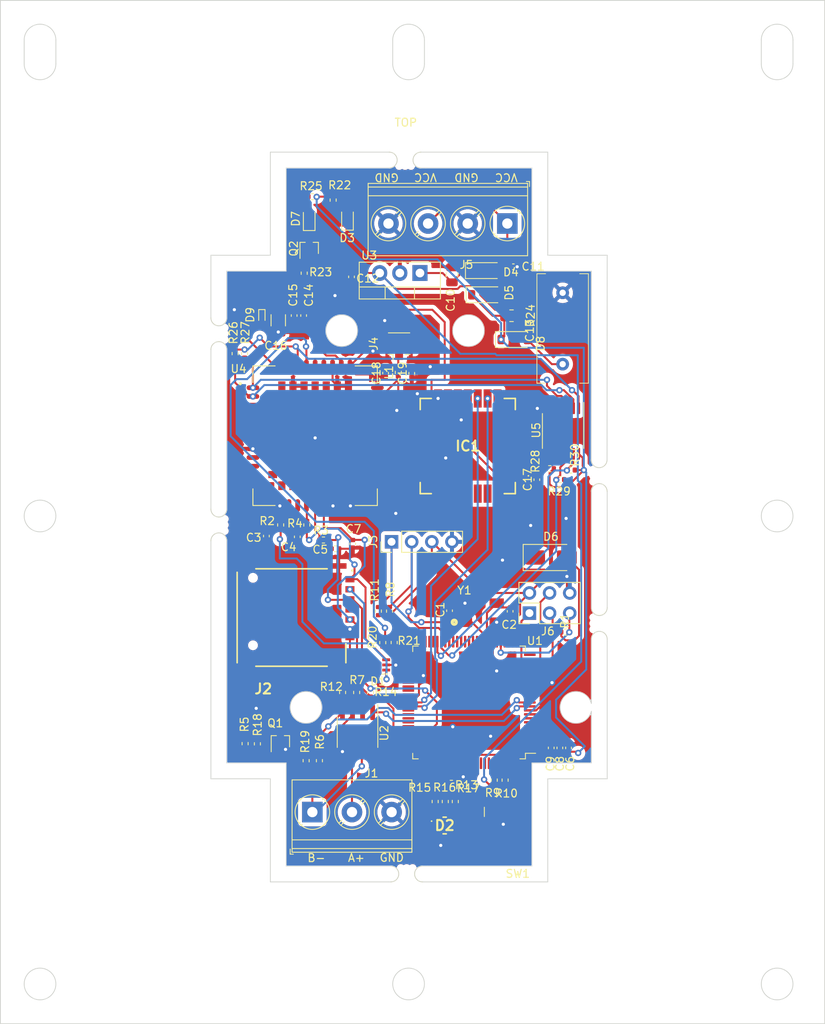
<source format=kicad_pcb>
(kicad_pcb (version 20221018) (generator pcbnew)
  (layers (0 "F.Cu" signal) (31 "B.Cu" signal) (34 "B.Paste" user) (35 "F.Paste" user) (36 "B.SilkS" user "B.Silkscreen") (37 "F.SilkS" user "F.Silkscreen") (38 "B.Mask" user) (39 "F.Mask" user) (44 "Edge.Cuts" user))
  (net 0 "")
  (net 1 "GND")
  (net 2 "SIM_DATA")
  (net 3 "SIM_CLK")
  (net 4 "SIM_RST")
  (net 5 "SIM_VDD")
  (net 6 "PWRSTATUS")
  (net 7 "Net-(D4-A)")
  (net 8 "Net-(D7-A)")
  (net 9 "Net-(J1-Pin_1)")
  (net 10 "Net-(J1-Pin_2)")
  (net 11 "RF_ANT")
  (net 12 "MISO")
  (net 13 "SCK")
  (net 14 "MOSI")
  (net 15 "RESET")
  (net 16 "CD")
  (net 17 "STATUS")
  (net 18 "LED_RED")
  (net 19 "LED_GREEN")
  (net 20 "LED_BLUE")
  (net 21 "VDD_EXT")
  (net 22 "SIM_RXD")
  (net 23 "SIM_TXD")
  (net 24 "UART1_RXD")
  (net 25 "UART1_TXD")
  (net 28 "SS")
  (net 32 "PWRKEY")
  (net 64 "UART2_RXD")
  (net 65 "UART2_TXD")
  (net 66 "Net-(D8-A)")
  (net 70 "Net-(U1-XTAL1)")
  (net 71 "Net-(U1-XTAL2)")
  (net 72 "Net-(D1-IO1)")
  (net 73 "Net-(D1-IO2)")
  (net 74 "Net-(D1-IO3)")
  (net 76 "SCL")
  (net 77 "Net-(D3-A)")
  (net 78 "Net-(D7-K)")
  (net 81 "Net-(Q1-B)")
  (net 82 "Net-(U1-PF0)")
  (net 83 "Net-(U1-PA0)")
  (net 84 "Net-(U5-EN)")
  (net 112 "SDA")
  (net 113 "485-EN")
  (net 126 "LoraRX")
  (net 127 "LoraTX")
  (net 155 "VCC_5")
  (net 156 "VCC_12-24")
  (net 157 "VCC_3.6")
  (net 158 "SIM_PWRKEY")
  (net 163 "Net-(Q2-B)")
  (net 181 "Net-(J4-In)")
  (net 182 "Net-(D2-K_RED)")
  (net 183 "Net-(D2-K_BLUE)")
  (net 184 "Net-(D2-K_GREEN)")
  (footprint "Capacitor_SMD:C_0402_1005Metric" (layer "F.Cu") (at 152.6794 126.238 90)
    (fp_text reference "C6")
    (fp_text value "100nF")
  )
  (footprint "Capacitor_SMD:C_0402_1005Metric" (layer "F.Cu") (at 148.6808 92.425 90)
    (fp_text reference "C17")
    (fp_text value "4.7uF")
  )
  (footprint "Connector_PinHeader_2.54mm:PinHeader_2x03_P2.54mm_Vertical" (layer "F.Cu") (at 147.7518 109.2454 90)
    (fp_text reference "J6")
    (fp_text value "AVR-ISP-6")
  )
  (footprint "Diode_SMD:D_SOD-123" (layer "F.Cu") (at 142.113 69.1134)
    (fp_text reference "D5")
    (fp_text value "SS0540_R1_00001")
  )
  (footprint "Resistor_SMD:R_0402_1005Metric" (layer "F.Cu") (at 152.9588 91.2114 180)
    (fp_text reference "R30")
    (fp_text value "10K")
  )
  (footprint "Capacitor_SMD:C_0805_2012Metric" (layer "F.Cu") (at 137.9728 66.5988 90)
    (fp_text reference "C10")
    (fp_text value "330nF")
  )
  (footprint "Capacitor_SMD:C_0402_1005Metric" (layer "F.Cu") (at 125.2982 66.8554 -90)
    (fp_text reference "C12")
    (fp_text value "100nF")
  )
  (footprint "SIM8066611401A:SIM8066611401A" (layer "F.Cu") (at 117.73 109.8 -90)
    (fp_text reference "J2")
    (fp_text value "SIM8066-6-1-14-01-A" hide)
  )
  (footprint "Capacitor_SMD:C_0402_1005Metric" (layer "F.Cu") (at 132.9 79 90)
    (fp_text reference "C19")
    (fp_text value "NC")
  )
  (footprint "Resistor_SMD:R_0402_1005Metric" (layer "F.Cu") (at 119.66 98.13 90)
    (fp_text reference "R4")
    (fp_text value "22")
  )
  (footprint "Capacitor_SMD:C_0402_1005Metric" (layer "F.Cu") (at 114.56 99.53 -90)
    (fp_text reference "C3")
    (fp_text value "33pF")
  )
  (footprint "Resistor_SMD:R_0402_1005Metric" (layer "F.Cu") (at 143.3068 130.302 -90)
    (fp_text reference "R9")
    (fp_text value "10K")
  )
  (footprint "Panelization.pretty-master:mouse-bite-2mm-slot" (layer "F.Cu") (at 156.56 110.54 90)
    (fp_text reference "mouse-bite-2mm-slot" hide)
    (fp_text value "VAL**" hide)
  )
  (footprint "SIM7080G:XCVR_SIM7080G" (layer "F.Cu") (at 120.71 86.88)
    (fp_text reference "U4")
    (fp_text value "SIM7080G")
  )
  (footprint "Capacitor_SMD:C_0402_1005Metric" (layer "F.Cu") (at 129.6 78.98 90)
    (fp_text reference "C18")
    (fp_text value "NC")
  )
  (footprint "Panelization.pretty-master:mouse-bite-2mm-slot" (layer "F.Cu") (at 108.56 98.13 90)
    (fp_text reference "mouse-bite-2mm-slot" hide)
    (fp_text value "VAL**" hide)
  )
  (footprint "Panelization.pretty-master:mouse-bite-2mm-slot" (layer "F.Cu") (at 132.06 52.13 180)
    (fp_text reference "mouse-bite-2mm-slot" hide)
    (fp_text value "VAL**" hide)
  )
  (footprint "Resistor_SMD:R_0402_1005Metric" (layer "F.Cu") (at 110.617 76.5302 -90)
    (fp_text reference "R26")
    (fp_text value "10K")
  )
  (footprint "Resistor_SMD:R_0402_1005Metric" (layer "F.Cu") (at 116.36 98.13 90)
    (fp_text reference "R2")
    (fp_text value "22")
  )
  (footprint "Resistor_SMD:R_0402_1005Metric" (layer "F.Cu") (at 130.0988 108.9914 90)
    (fp_text reference "R11")
    (fp_text value "10K")
  )
  (footprint "SamacSys_Parts:NHB2020RGBAHF" (layer "F.Cu") (at 137.0538 136.0214 180)
    (fp_text reference "D2")
    (fp_text value "NH-B2020RGBA-HF" hide)
  )
  (footprint "Capacitor_SMD:C_1206_3216Metric" (layer "F.Cu") (at 116.06 72.33 -90)
    (fp_text reference "C16")
    (fp_text value "100uF")
  )
  (footprint "Resistor_SMD:R_0402_1005Metric" (layer "F.Cu") (at 125.95 119.25 90)
    (fp_text reference "R7")
    (fp_text value "10K")
  )
  (footprint "Resistor_SMD:R_0402_1005Metric" (layer "F.Cu") (at 120.3725 56.7425)
    (fp_text reference "R25")
    (fp_text value "1K")
  )
  (footprint "Resistor_SMD:R_0402_1005Metric" (layer "F.Cu") (at 150.3152 91.0336)
    (fp_text reference "R28")
    (fp_text value "200K")
  )
  (footprint "Resistor_SMD:R_0402_1005Metric" (layer "F.Cu") (at 127.7 119.26 90)
    (fp_text reference "R14")
    (fp_text value "10K")
  )
  (footprint "Diode_SMD:D_SOD-923" (layer "F.Cu") (at 113.99 71.84 -90)
    (fp_text reference "D9")
    (fp_text value "DF2S6.8FS,L3M")
  )
  (footprint "Capacitor_SMD:C_0402_1005Metric" (layer "F.Cu") (at 118.46 99.63 -90)
    (fp_text reference "C4")
    (fp_text value "33pF")
  )
  (footprint "Package_QFP:TQFP-100_14x14mm_P0.5mm" (layer "F.Cu") (at 140.1332 120.5059 180)
    (fp_text reference "U1")
    (fp_text value "ATmega2560-16A")
  )
  (footprint "Diode_SMD:D_SOD-123" (layer "F.Cu") (at 142.0368 66.0654)
    (fp_text reference "D4")
    (fp_text value "SS0540_R1_00001")
  )
  (footprint "Package_TO_SOT_SMD:SOT-323_SC-70" (layer "F.Cu") (at 116.325 125.425 90)
    (fp_text reference "Q1")
    (fp_text value "BC847CW")
  )
  (footprint "SELF_MADE:TL3305AF260QG" (layer "F.Cu") (at 147.1084 135.6678 90)
    (fp_text reference "SW1")
    (fp_text value "TL3305AF260QG")
  )
  (footprint "Resistor_SMD:R_0402_1005Metric" (layer "F.Cu") (at 113.425 125.725 90)
    (fp_text reference "R18")
    (fp_text value "10K")
  )
  (footprint "Capacitor_SMD:C_0402_1005Metric" (layer "F.Cu") (at 118.06 71.73 -90)
    (fp_text reference "C15")
    (fp_text value "1uF")
  )
  (footprint "Resistor_SMD:R_0402_1005Metric" (layer "F.Cu") (at 122.9825 57.1775 90)
    (fp_text reference "R22")
    (fp_text value "1K")
  )
  (footprint "Resistor_SMD:R_0402_1005Metric" (layer "F.Cu") (at 144.6784 130.302 -90)
    (fp_text reference "R10")
    (fp_text value "47k")
  )
  (footprint "Capacitor_SMD:C_0402_1005Metric" (layer "F.Cu") (at 150.495 126.238 90)
    (fp_text reference "C9")
    (fp_text value "100nF")
  )
  (footprint "LED_SMD:LED_0603_1608Metric" (layer "F.Cu") (at 119.96 59.53 90)
    (fp_text reference "D7")
    (fp_text value "YELLOW LED")
  )
  (footprint "Capacitor_SMD:C_0402_1005Metric" (layer "F.Cu") (at 151.5872 126.238 90)
    (fp_text reference "C8")
    (fp_text value "100nF")
  )
  (footprint "LED_SMD:LED_0603_1608Metric" (layer "F.Cu") (at 124.79 59.48 90)
    (fp_text reference "D3")
    (fp_text value "GREEN LED")
  )
  (footprint "SELF_MADE:Radial_D6.3mm_W13.6mm_P9.00mm" (layer "F.Cu") (at 148.79 80.16 90)
    (fp_text reference "C13")
    (fp_text value "0.47F SC")
  )
  (footprint "TerminalBlock_Phoenix:TerminalBlock_Phoenix_PT-1,5-3-5.0-H_1x03_P5.00mm_Horizontal" (layer "F.Cu") (at 120.36 134.33)
    (fp_text reference "J1")
    (fp_text value "Screw_Terminal_01x03")
  )
  (footprint "Resistor_SMD:R_0402_1005Metric" (layer "F.Cu") (at 151.6126 92.4052 180)
    (fp_text reference "R29")
    (fp_text value "10K")
  )
  (footprint "SELF_MADE:Oscillator_SMD_abm3b" (layer "F.Cu") (at 138.7139 107.3938)
    (fp_text reference "Y1")
    (fp_text value "ABM3B-8.000MHZ-10-1-U-T")
  )
  (footprint "Capacitor_SMD:C_0402_1005Metric" (layer "F.Cu") (at 137.668 108.9432 -90)
    (fp_text reference "C1")
    (fp_text value "33pF")
  )
  (footprint "Resistor_SMD:R_0402_1005Metric" (layer "F.Cu") (at 121.76 100.03 180)
    (fp_text reference "R3")
    (fp_text value "22" hide)
  )
  (footprint "Panelization.pretty-master:mouse-bite-2mm-slot" (layer "F.Cu") (at 108.56 74.02 90)
    (fp_text reference "mouse-bite-2mm-slot" hide)
    (fp_text value "VAL**" hide)
  )
  (footprint "Resistor_SMD:R_0402_1005Metric" (layer "F.Cu") (at 137.13 133 -90)
    (fp_text reference "R16")
    (fp_text value "910")
  )
  (footprint "Diode_SMD:D_SMA" (layer "F.Cu") (at 150.4696 102.235)
    (fp_text reference "D6")
    (fp_text value "GS1M-LTP")
  )
  (footprint "Panelization.pretty-master:mouse-bite-2mm-slot" (layer "F.Cu") (at 132.26 142.13 180)
    (fp_text reference "mouse-bite-2mm-slot" hide)
    (fp_text value "VAL**" hide)
  )
  (footprint "SELF_MADE:SOT323-6L" (layer "F.Cu") (at 128.7272 115.8494 180)
    (fp_text reference "D1")
    (fp_text value "ESDA6V1-5W6")
  )
  (footprint "Resistor_SMD:R_0402_1005Metric" (layer "F.Cu") (at 119.33 66.39 90)
    (fp_text reference "R23")
    (fp_text value "1K")
  )
  (footprint "Package_TO_SOT_SMD:SOT-323_SC-70" (layer "F.Cu") (at 119.96 63.23 90)
    (fp_text reference "Q2")
    (fp_text value "BC847CW")
  )
  (footprint "Diode_SMD:D_SOD-123" (layer "F.Cu") (at 145.8214 74.7522)
    (fp_text reference "D8")
    (fp_text value "SS0540_R1_00001")
  )
  (footprint "Connector_Coaxial:U.FL_Hirose_U.FL-R-SMT-1_Vertical" (layer "F.Cu") (at 131.3 75.75 90)
    (fp_text reference "J4")
    (fp_text value "Conn_Coaxial")
  )
  (footprint "Resistor_SMD:R_0805_2012Metric" (layer "F.Cu") (at 145.4912 71.755)
    (fp_text reference "R24")
    (fp_text value "62")
  )
  (footprint "Resistor_SMD:R_0402_1005Metric" (layer "F.Cu") (at 124.175 119.25 90)
    (fp_text reference "R12")
    (fp_text value "10K")
  )
  (footprint "Resistor_SMD:R_0402_1005Metric" (layer "F.Cu") (at 129.243 112.9638 -90)
    (fp_text reference "R21")
    (fp_text value "10K")
  )
  (footprint "Package_SO:SOIC-8_3.9x4.9mm_P1.27mm" (layer "F.Cu") (at 126.06 124.23 -90)
    (fp_text reference "U2")
    (fp_text value "SP485EN-L/TR")
  )
  (footprint "Resistor_SMD:R_0402_1005Metric" (layer "F.Cu") (at 119.575 127.85 90)
    (fp_text reference "R19")
    (fp_text value "10K")
  )
  (footprint "Connector_PinHeader_2.54mm:PinHeader_1x04_P2.54mm_Vertical" (layer "F.Cu") (at 130.3528 100.2538 90)
    (fp_text reference "J3")
    (fp_text value "Conn_01x04_Pin")
  )
  (footprint "Resistor_SMD:R_0402_1005Metric" (layer "F.Cu") (at 135.855 133 -90)
    (fp_text reference "R15")
    (fp_text value "680")
  )
  (footprint "Resistor_SMD:R_0402_1005Metric" (layer "F.Cu") (at 130.683 112.9538 90)
    (fp_text reference "R20")
    (fp_text value "20K")
  )
  (footprint "SamacSys_Parts:LoRaE5" (layer "F.Cu") (at 139.9686 88.1832 180)
    (fp_text reference "IC1")
    (fp_text value "LoRa-E5" hide)
  )
  (footprint "Package_SO:TSSOP-14_4.4x5mm_P0.65mm" (layer "F.Cu") (at 151.9936 86.2838 -90)
    (fp_text reference "U5")
    (fp_text value "LSF0204PW-Q100J")
  )
  (footprint "Resistor_SMD:R_0402_1005Metric" (layer "F.Cu") (at 137.8968 130.702)
    (fp_text reference "R13")
    (fp_text value "10K")
  )
  (footprint "Resistor_SMD:R_0402_1005Metric" (layer "F.Cu") (at 111.8108 76.5302 -90)
    (fp_text reference "R27")
    (fp_text value "10K")
  )
  (footprint "Capacitor_SMD:C_0402_1005Metric" (layer "F.Cu") (at 145.3134 109.0168 90)
    (fp_text reference "C2")
    (fp_text value "33pF")
  )
  (footprint "Package_TO_SOT_THT:TO-220-3_Vertical" (layer "F.Cu") (at 133.9342 66.3702 180)
    (fp_text reference "U3")
    (fp_text value "L7805")
  )
  (footprint "TerminalBlock_Phoenix:TerminalBlock_Phoenix_PT-1,5-4-5.0-H_1x04_P5.00mm_Horizontal" (layer "F.Cu") (at 144.96 60.13 180)
    (fp_text reference "J5")
    (fp_text value "Screw_Terminal_01x04")
  )
  (footprint "Resistor_SMD:R_0402_1005Metric" (layer "F.Cu") (at 131.2 78.9 90)
    (fp_text reference "L1")
    (fp_text value "0R")
  )
  (footprint "Capacitor_SMD:C_0402_1005Metric" (layer "F.Cu") (at 145.7198 65.5828)
    (fp_text reference "C11")
    (fp_text value "100nF")
  )
  (footprint "Resistor_SMD:R_0402_1005Metric" (layer "F.Cu") (at 152.273 111.633)
    (fp_text reference "R1")
    (fp_text value "10K")
  )
  (footprint "Capacitor_SMD:C_0402_1005Metric" (layer "F.Cu") (at 123.26 101.13)
    (fp_text reference "C5")
    (fp_text value "33pF")
  )
  (footprint "Resistor_SMD:R_0402_1005Metric" (layer "F.Cu") (at 111.875 125.7 -90)
    (fp_text reference "R5")
    (fp_text value "10K")
  )
  (footprint "Resistor_SMD:R_0402_1005Metric" (layer "F.Cu") (at 121.25 127.85 90)
    (fp_text reference "R6")
    (fp_text value "10K")
  )
  (footprint "Panelization.pretty-master:mouse-bite-2mm-slot" (layer "F.Cu") (at 156.54 91.91 90)
    (fp_text reference "mouse-bite-2mm-slot" hide)
    (fp_text value "VAL**" hide)
  )
  (footprint "Resistor_SMD:R_0402_1005Metric" (layer "F.Cu") (at 128.6867 108.995 90)
    (fp_text reference "R8")
    (fp_text value "10K")
  )
  (footprint "Capacitor_SMD:C_0402_1005Metric" (layer "F.Cu") (at 125.46 100.51 -90)
    (fp_text reference "C7")
    (fp_text value "100nF")
  )
  (footprint "Resistor_SMD:R_0402_1005Metric" (layer "F.Cu") (at 138.395 133 90)
    (fp_text reference "R17")
    (fp_text value "910")
  )
  (footprint "Capacitor_SMD:C_0402_1005Metric" (layer "F.Cu") (at 119.26 71.73 -90)
    (fp_text reference "C14")
    (fp_text value "100nF")
  )
  (gr_line (start 107.56 96.13) (end 107.559801 76.02) (stroke (width 0.1)) (layer "Edge.Cuts"))
  (gr_rect (start 81 32) (end 185 161) (stroke (width 0.1)) (fill none) (layer "Edge.Cuts"))
  (gr_line (start 107.559208 72.03) (end 107.56 64.13) (stroke (width 0.1)) (layer "Edge.Cuts"))
  (gr_circle (center 179 97) (end 181 97) (stroke (width 0.1)) (fill none) (layer "Edge.Cuts"))
  (gr_line (start 84 40) (end 84 37) (stroke (width 0.1)) (layer "Edge.Cuts"))
  (gr_line (start 148.06 53.13) (end 134.685 53.13) (stroke (width 0.1)) (layer "Edge.Cuts"))
  (gr_line (start 155.56 112.54) (end 155.56 120.63) (stroke (width 0.1)) (layer "Edge.Cuts"))
  (gr_arc (start 181 40) (mid 179 42) (end 177 40) (stroke (width 0.1)) (layer "Edge.Cuts"))
  (gr_arc (start 157.540049 89.91) (mid 156.545 90.910037) (end 155.540001 89.92) (stroke (width 0.1)) (layer "Edge.Cuts"))
  (gr_line (start 134.5 40) (end 134.5 37) (stroke (width 0.1)) (layer "Edge.Cuts"))
  (gr_line (start 148.06 66.13) (end 155.56 66.13) (stroke (width 0.1)) (layer "Edge.Cuts"))
  (gr_arc (start 130.26 141.13) (mid 131.26 142.13) (end 130.26 143.13) (stroke (width 0.1)) (layer "Edge.Cuts"))
  (gr_line (start 134.885 141.13) (end 148.06 141.13) (stroke (width 0.1)) (layer "Edge.Cuts"))
  (gr_line (start 155.56 66.13) (end 155.54 89.92) (stroke (width 0.1)) (layer "Edge.Cuts"))
  (gr_line (start 155.56 128.13) (end 155.56 121.62) (stroke (width 0.1)) (layer "Edge.Cuts"))
  (gr_line (start 157.540049 89.91) (end 157.56 64.13) (stroke (width 0.1)) (layer "Edge.Cuts"))
  (gr_arc (start 107.559801 76.02) (mid 108.570001 75.019851) (end 109.559999 76.04) (stroke (width 0.1)) (layer "Edge.Cuts"))
  (gr_arc (start 155.56 93.92) (mid 156.56 92.92) (end 157.56 93.92) (stroke (width 0.1)) (layer "Edge.Cuts"))
  (gr_arc (start 88 40) (mid 86 42) (end 84 40) (stroke (width 0.1)) (layer "Edge.Cuts"))
  (gr_line (start 134.26 143.13) (end 150.06 143.13) (stroke (width 0.1)) (layer "Edge.Cuts"))
  (gr_line (start 109.56 100.155) (end 109.56 128.13) (stroke (width 0.1)) (layer "Edge.Cuts"))
  (gr_line (start 155.56 128.13) (end 148.06 128.13) (stroke (width 0.1)) (layer "Edge.Cuts"))
  (gr_arc (start 107.56 100.13) (mid 108.572497 99.130078) (end 109.559688 100.154992) (stroke (width 0.1)) (layer "Edge.Cuts"))
  (gr_arc (start 157.560012 108.56) (mid 156.5575 109.560009) (end 155.56 108.555) (stroke (width 0.1)) (layer "Edge.Cuts"))
  (gr_line (start 130.26 143.13) (end 115.06 143.13) (stroke (width 0.1)) (layer "Edge.Cuts"))
  (gr_line (start 107.56 64.13) (end 115.06 64.13) (stroke (width 0.1)) (layer "Edge.Cuts"))
  (gr_line (start 117.06 66.13) (end 109.56 66.13) (stroke (width 0.1)) (layer "Edge.Cuts"))
  (gr_circle (center 119.56 121.13) (end 121.56 121.13) (stroke (width 0.1)) (fill none) (layer "Edge.Cuts"))
  (gr_line (start 107.56 130.13) (end 107.56 100.13) (stroke (width 0.1)) (layer "Edge.Cuts"))
  (gr_arc (start 134.5 40) (mid 132.5 42) (end 130.5 40) (stroke (width 0.1)) (layer "Edge.Cuts"))
  (gr_line (start 157.56 130.13) (end 157.56 112.54) (stroke (width 0.1)) (layer "Edge.Cuts"))
  (gr_line (start 134.26 141.13) (end 134.885 141.13) (stroke (width 0.1)) (layer "Edge.Cuts"))
  (gr_arc (start 109.56 96.13) (mid 108.56 97.13) (end 107.56 96.13) (stroke (width 0.1)) (layer "Edge.Cuts"))
  (gr_line (start 117.06 66.13) (end 117.06 53.13) (stroke (width 0.1)) (layer "Edge.Cuts"))
  (gr_line (start 88 40) (end 88 37) (stroke (width 0.1)) (layer "Edge.Cuts"))
  (gr_circle (center 86 97) (end 88 97) (stroke (width 0.1)) (fill none) (layer "Edge.Cuts"))
  (gr_circle (center 124.06 73.63) (end 126.06 73.63) (stroke (width 0.1)) (fill none) (layer "Edge.Cuts"))
  (gr_line (start 150.06 130.13) (end 150.06 143.13) (stroke (width 0.1)) (layer "Edge.Cuts"))
  (gr_line (start 134.685 53.13) (end 134.06 53.13) (stroke (width 0.1)) (layer "Edge.Cuts"))
  (gr_line (start 109.56 66.13) (end 109.56 72.005) (stroke (width 0.1)) (layer "Edge.Cuts"))
  (gr_circle (center 140.06 73.63) (end 142.06 73.63) (stroke (width 0.1)) (fill none) (layer "Edge.Cuts"))
  (gr_arc (start 155.559999 121.62) (mid 151.619082 121.134842) (end 155.557605 120.630617) (stroke (width 0.1)) (layer "Edge.Cuts"))
  (gr_line (start 150.06 51.13) (end 150.06 64.13) (stroke (width 0.1)) (layer "Edge.Cuts"))
  (gr_line (start 148.06 53.13) (end 148.06 66.13) (stroke (width 0.1)) (layer "Edge.Cuts"))
  (gr_line (start 115.06 64.13) (end 115.06 51.13) (stroke (width 0.1)) (layer "Edge.Cuts"))
  (gr_line (start 157.56 130.13) (end 150.06 130.13) (stroke (width 0.1)) (layer "Edge.Cuts"))
  (gr_line (start 115.06 143.13) (end 115.06 130.13) (stroke (width 0.1)) (layer "Edge.Cuts"))
  (gr_arc (start 84 37) (mid 86 35) (end 88 37) (stroke (width 0.1)) (layer "Edge.Cuts"))
  (gr_arc (start 130.5 37) (mid 132.5 35) (end 134.5 37) (stroke (width 0.1)) (layer "Edge.Cuts"))
  (gr_circle (center 179 156) (end 181 156) (stroke (width 0.1)) (fill none) (layer "Edge.Cuts"))
  (gr_arc (start 134.06 53.13) (mid 133.06 52.13) (end 134.06 51.13) (stroke (width 0.1)) (layer "Edge.Cuts"))
  (gr_line (start 109.559999 76.04) (end 109.56 96.13) (stroke (width 0.1)) (layer "Edge.Cuts"))
  (gr_arc (start 109.56 72.005) (mid 108.572261 73.030474) (end 107.559208 72.03) (stroke (width 0.1)) (layer "Edge.Cuts"))
  (gr_arc (start 134.26 143.13) (mid 133.26 142.13) (end 134.26 141.13) (stroke (width 0.1)) (layer "Edge.Cuts"))
  (gr_line (start 130.035 53.13) (end 117.06 53.13) (stroke (width 0.1)) (layer "Edge.Cuts"))
  (gr_line (start 177 40) (end 177 37) (stroke (width 0.1)) (layer "Edge.Cuts"))
  (gr_line (start 115.06 51.13) (end 130.06 51.129688) (stroke (width 0.1)) (layer "Edge.Cuts"))
  (gr_arc (start 177 37) (mid 179 35) (end 181 37) (stroke (width 0.1)) (layer "Edge.Cuts"))
  (gr_arc (start 130.06 51.129688) (mid 131.060234 52.142501) (end 130.035 53.13) (stroke (width 0.1)) (layer "Edge.Cuts"))
  (gr_line (start 157.56 93.92) (end 157.560012 108.56) (stroke (width 0.1)) (layer "Edge.Cuts"))
  (gr_line (start 117.06 128.13) (end 109.56 128.13) (stroke (width 0.1)) (layer "Edge.Cuts"))
  (gr_circle (center 132.5 156) (end 134.5 156) (stroke (width 0.1)) (fill none) (layer "Edge.Cuts"))
  (gr_line (start 117.06 141.13) (end 117.06 128.13) (stroke (width 0.1)) (layer "Edge.Cuts"))
  (gr_line (start 155.56 108.555) (end 155.56 93.92) (stroke (width 0.1)) (layer "Edge.Cuts"))
  (gr_line (start 130.5 40) (end 130.5 37) (stroke (width 0.1)) (layer "Edge.Cuts"))
  (gr_line (start 150.06 64.13) (end 157.56 64.13) (stroke (width 0.1)) (layer "Edge.Cuts"))
  (gr_line (start 117.06 141.13) (end 130.26 141.13) (stroke (width 0.1)) (layer "Edge.Cuts"))
  (gr_line (start 148.06 141.13) (end 148.06 128.13) (stroke (width 0.1)) (layer "Edge.Cuts"))
  (gr_circle (center 86 156) (end 88 156) (stroke (width 0.1)) (fill none) (layer "Edge.Cuts"))
  (gr_line (start 181 40) (end 181 37) (stroke (width 0.1)) (layer "Edge.Cuts"))
  (gr_line (start 134.06 51.13) (end 150.06 51.13) (stroke (width 0.1)) (layer "Edge.Cuts"))
  (gr_line (start 115.06 130.13) (end 107.56 130.13) (stroke (width 0.1)) (layer "Edge.Cuts"))
  (gr_arc (start 155.56 112.54) (mid 156.56 111.54) (end 157.56 112.54) (stroke (width 0.1)) (layer "Edge.Cuts"))
  (gr_text "VCC" (at 136.16 53.72 180) (layer "F.SilkS") (effects (font (size 1 1)) (justify left bottom)))
  (gr_text "A+" (at 124.7675 140.68) (layer "F.SilkS") (effects (font (size 1 1)) (justify left bottom)))
  (gr_text "GND" (at 131.36 53.73 180) (layer "F.SilkS") (effects (font (size 1 1)) (justify left bottom)))
  (gr_text "B-" (at 119.6525 140.695) (layer "F.SilkS") (effects (font (size 1 1)) (justify left bottom)))
  (gr_text "GND" (at 141.43 53.72 180) (layer "F.SilkS") (effects (font (size 1 1)) (justify left bottom)))
  (gr_text "GND" (at 128.755 140.6675) (layer "F.SilkS") (effects (font (size 1 1)) (justify left bottom)))
  (gr_text "VCC" (at 146.36 53.73 180) (layer "F.SilkS") (effects (font (size 1 1)) (justify left bottom)))
  (gr_text "TOP" (at 130.65 47.98) (layer "F.SilkS") (effects (font (size 1 1)) (justify left bottom)))
  (segment (start 136.6332 128.971585) (end 137.543615 129.882) (width 0.25) (layer "F.Cu") (net 1))
  (segment (start 144.6784 135.636) (end 144.4498 135.8646) (width 0.25) (layer "F.Cu") (net 1))
  (segment (start 137.543615 129.882) (end 139.3968 129.882) (width 0.25) (layer "F.Cu") (net 1))
  (segment (start 128.56 80.83) (end 128.56 78.5) (width 0.25) (layer "F.Cu") (net 1))
  (segment (start 122.96 95.73) (end 122.91 96.18) (width 0.25) (layer "F.Cu") (net 1))
  (segment (start 152.4762 106.3498) (end 152.8318 106.7054) (width 0.25) (layer "F.Cu") (net 1))
  (segment (start 130.8862 115.117) (end 129.243 113.4738) (width 0.25) (layer "F.Cu") (net 1))
  (segment (start 133.8072 119.5569) (end 133.8072 117.6782) (width 0.25) (layer "F.Cu") (net 1))
  (segment (start 137.541 120.2944) (end 137.541 123.0376) (width 0.25) (layer "F.Cu") (net 1))
  (segment (start 134.366 117.1194) (end 137.541 120.2944) (width 0.25) (layer "F.Cu") (net 1))
  (segment (start 128.56 84.13) (end 128.56 83.03) (width 0.25) (layer "F.Cu") (net 1))
  (segment (start 117.81 83.48) (end 120.71 83.48) (width 0.25) (layer "F.Cu") (net 1))
  (segment (start 119.31 80.58) (end 117.91 80.58) (width 0.25) (layer "F.Cu") (net 1))
  (segment (start 142.8496 117.2972) (end 143.6116 116.5352) (width 0.25) (layer "F.Cu") (net 1))
  (segment (start 137.541 123.0376) (end 138.0744 123.571) (width 0.25) (layer "F.Cu") (net 1))
  (segment (start 122.91 79.98) (end 122.91 78.08) (width 0.25) (layer "F.Cu") (net 1))
  (segment (start 115.36 84.78) (end 115.11 84.78) (width 0.25) (layer "F.Cu") (net 1))
  (segment (start 133.3582 120.0059) (end 133.8072 119.5569) (width 0.25) (layer "F.Cu") (net 1))
  (segment (start 128.56 76.76) (end 128.007299 76.207299) (width 0.25) (layer "F.Cu") (net 1))
  (segment (start 123.74 101.13) (end 125.32 101.13) (width 0.25) (layer "F.Cu") (net 1))
  (segment (start 113.36 88.53) (end 112.86 88.53) (width 0.25) (layer "F.Cu") (net 1))
  (segment (start 129.6 79.46) (end 129.52 79.46) (width 0.25) (layer "F.Cu") (net 1))
  (segment (start 123.51 80.58) (end 122.91 79.98) (width 0.25) (layer "F.Cu") (net 1))
  (segment (start 113.985 85.905) (end 113.985 87.905) (width 0.25) (layer "F.Cu") (net 1))
  (segment (start 129.6772 115.7744) (end 130.862 115.7744) (width 0.25) (layer "F.Cu") (net 1))
  (segment (start 128.56 84.13) (end 129.06 84.13) (width 0.25) (layer "F.Cu") (net 1))
  (segment (start 113.985 87.905) (end 113.36 88.53) (width 0.25) (layer "F.Cu") (net 1))
  (segment (start 116.465 73.805) (end 118.06 72.21) (width 0.25) (layer "F.Cu") (net 1))
  (segment (start 131.3942 61.5642) (end 129.96 60.13) (width 0.25) (layer "F.Cu") (net 1))
  (segment (start 117.81 83.48) (end 117.81 86.88) (width 0.25) (layer "F.Cu") (net 1))
  (segment (start 136.6332 128.1684) (end 136.6332 128.971585) (width 0.25) (layer "F.Cu") (net 1))
  (segment (start 116.31 95.68) (end 116.26 95.73) (width 0.25) (layer "F.Cu") (net 1))
  (segment (start 116.06 73.805) (end 116.465 73.805) (width 0.25) (layer "F.Cu") (net 1))
  (segment (start 145.3134 109.4968) (end 144.5109 109.4968) (width 0.25) (layer "F.Cu") (net 1))
  (segment (start 115.71 84.78) (end 117.81 86.88) (width 0.25) (layer "F.Cu") (net 1))
  (segment (start 144.5109 109.4968) (end 143.6139 110.3938) (width 0.25) (layer "F.Cu") (net 1))
  (segment (start 125.32 101.13) (end 125.46 100.99) (width 0.25) (layer "F.Cu") (net 1))
  (segment (start 128.56 87.43) (end 130.66 87.43) (width 0.25) (layer "F.Cu") (net 1))
  (segment (start 122.91 78.08) (end 121.81 78.08) (width 0.25) (layer "F.Cu") (net 1))
  (segment (start 131.3942 66.3702) (end 131.3942 61.5642) (width 0.25) (layer "F.Cu") (net 1))
  (segment (start 133.604 79.8068) (end 135.2296 78.1812) (width 0.25) (layer "F.Cu") (net 1))
  (segment (start 116.06 73.805) (end 114.5525 72.2975) (width 0.25) (layer "F.Cu") (net 1))
  (segment (start 151.5872 125.758) (end 152.6794 125.758) (width 0.25) (layer "F.Cu") (net 1))
  (segment (start 144.6784 130.812) (end 144.6784 135.636) (width 0.25) (layer "F.Cu") (net 1))
  (segment (start 133.604 81.5848) (end 133.604 79.8068) (width 0.25) (layer "F.Cu") (net 1))
  (segment (start 143.6139 110.3938) (end 143.1332 110.8745) (width 0.25) (layer "F.Cu") (net 1))
  (segment (start 117.91 80.58) (end 117.91 83.38) (width 0.25) (layer "F.Cu") (net 1))
  (segment (start 148.7424 83.439) (end 150.0259 83.439) (width 0.25) (layer "F.Cu") (net 1))
  (segment (start 130.66 85.73) (end 130.66 87.43) (width 0.25) (layer "F.Cu") (net 1))
  (segment (start 138.5768 130.702) (end 139.3968 129.882) (width 0.25) (layer "F.Cu") (net 1))
  (segment (start 150.495 125.758) (end 151.5872 125.758) (width 0.25) (layer "F.Cu") (net 1))
  (segment (start 130.862 115.7744) (end 130.8862 115.7986) (width 0.25) (layer "F.Cu") (net 1))
  (segment (start 145.6332 128.1684) (end 145.6332 129.8572) (width 0.25) (layer "F.Cu") (net 1))
  (segment (start 143.6116 116.5352) (end 143.1332 116.0568) (width 0.25) (layer "F.Cu") (net 1))
  (segment (start 118.07 72.2) (end 119.254005 72.2) (width 0.25) (layer "F.Cu") (net 1))
  (segment (start 143.1332 110.8745) (end 143.1332 112.8434) (width 0.25) (layer "F.Cu") (net 1))
  (segment (start 128.56 78.5) (end 128.56 76.76) (width 0.25) (layer "F.Cu") (net 1))
  (segment (start 129.06 84.13) (end 130.66 85.73) (width 0.25) (layer "F.Cu") (net 1))
  (segment (start 118.06 72.21) (end 118.07 72.2) (width 0.25) (layer "F.Cu") (net 1))
  (segment (start 152.4762 104.6226) (end 152.4762 106.3498) (width 0.25) (layer "F.Cu") (net 1))
  (segment (start 115.36 84.78) (end 115.71 84.78) (width 0.25) (layer "F.Cu") (net 1))
  (segment (start 132.4707 120.0059) (end 133.3582 120.0059) (width 0.25) (layer "F.Cu") (net 1))
  (segment (start 150.5966 119.508185) (end 150.5966 118.0084) (width 0.25) (layer "F.Cu") (net 1))
  (segment (start 114.5525 72.2975) (end 113.98 72.2975) (width 0.25) (layer "F.Cu") (net 1))
  (segment (start 122.91 95.68) (end 122.96 95.73) (width 0.25) (layer "F.Cu") (net 1))
  (segment (start 117.91 83.38) (end 117.81 83.48) (width 0.25) (layer "F.Cu") (net 1))
  (segment (start 129.52 79.46) (end 128.56 78.5) (width 0.25) (layer "F.Cu") (net 1))
  (segment (start 133.8072 117.6782) (end 134.366 117.1194) (width 0.25) (layer "F.Cu") (net 1))
  (segment (start 142.8496 124.7648) (end 142.8496 117.2972) (width 0.25) (layer "F.Cu") (net 1))
  (segment (start 130.8862 115.7986) (end 130.8862 115.117) (width 0.25) (layer "F.Cu") (net 1))
  (segment (start 148.7932 97.3074) (end 147.9042 98.1964) (width 0.25) (layer "F.Cu") (net 1))
  (segment (start 147.7957 121.5059) (end 148.598885 121.5059) (width 0.25) (layer "F.Cu") (net 1))
  (segment (start 143.1332 116.0568) (end 143.1332 112.8434) (width 0.25) (layer "F.Cu") (net 1))
  (segment (start 116.51 84.78) (end 117.81 83.48) (width 0.25) (layer "F.Cu") (net 1))
  (segment (start 115.11 84.78) (end 113.985 85.905) (width 0.25) (layer "F.Cu") (net 1))
  (segment (start 115.36 84.78) (end 116.51 84.78) (width 0.25) (layer "F.Cu") (net 1))
  (segment (start 145.6332 129.8572) (end 144.6784 130.812) (width 0.25) (layer "F.Cu") (net 1))
  (segment (start 150.0259 83.439) (end 150.0436 83.4213) (width 0.25) (layer "F.Cu") (net 1))
  (segment (start 148.598885 121.5059) (end 150.5966 119.508185) (width 0.25) (layer "F.Cu") (net 1))
  (segment (start 152.3746 97.3074) (end 148.7932 97.3074) (width 0.25) (layer "F.Cu") (net 1))
  (via (at 116.975 126.425) (size 0.8) (drill 0.4) (layers "F.Cu" "B.Cu") (net 1))
  (via (at 136.56 138.53) (size 0.8) (drill 0.4) (layers "F.Cu" "B.Cu") (net 1))
  (via (at 152.3746 97.3074) (size 0.8) (drill 0.4) (layers "F.Cu" "B.Cu") (net 1))
  (via (at 112.86 88.53) (size 0.8) (drill 0.4) (layers "F.Cu" "B.Cu") (net 1))
  (via (at 133.604 81.5848) (size 0.8) (drill 0.4) (layers "F.Cu" "B.Cu") (net 1))
  (via (at 116.06 73.805) (size 0.8) (drill 0.4) (layers "F.Cu" "B.Cu") (net 1))
  (via (at 129.4892 72.3646) (size 0.8) (drill 0.4) (layers "F.Cu" "B.Cu") (net 1))
  (via (at 139.6139 107.9938) (size 0.8) (drill 0.4) (layers "F.Cu" "B.Cu") (net 1))
  (via (at 147.9042 98.1964) (size 0.8) (drill 0.4) (layers "F.Cu" "B.Cu") (net 1))
  (via (at 125.1 111.270498) (size 0.8) (drill 0.4) (layers "F.Cu" "B.Cu") (net 1))
  (via (at 130.8862 96.6724) (size 0.8) (drill 0.4) (layers "F.Cu" "B.Cu") (net 1))
  (via (at 136.2186 82.1832) (size 0.8) (drill 0.4) (layers "F.Cu" "B.Cu") (net 1))
  (via (at 138.0744 123.571) (size 0.8) (drill 0.4) (layers "F.Cu" "B.Cu") (net 1))
  (via (at 152.4762 104.6226) (size 0.8) (drill 0.4) (layers "F.Cu" "B.Cu") (net 1))
  (via (at 143.6139 110.3938) (size 0.8) (drill 0.4) (layers "F.Cu" "B.Cu") (net 1))
  (via (at 144.3482 102.5652) (size 0.8) (drill 0.4) (layers "F.Cu" "B.Cu") (net 1))
  (via (at 125.16 95.73) (size 0.8) (drill 0.4) (layers "F.Cu" "B.Cu") (net 1))
  (via (at 128.007299 76.207299) (size 0.8) (drill 0.4) (layers "F.Cu" "B.Cu") (net 1))
  (via (at 116.26 95.73) (size 0.8) (drill 0.4) (layers "F.Cu" "B.Cu") (net 1))
  (via (at 139.1412 84.8868) (size 0.8) (drill 0.4) (layers "F.Cu" "B.Cu") (net 1))
  (via (at 131.0132 83.693) (size 0.8) (drill 0.4) (layers "F.Cu" "B.Cu") (net 1))
  (via (at 139.3968 129.882) (size 0.8) (drill 0.4) (layers "F.Cu" "B.Cu") (net 1))
  (via (at 137.1854 89.6874) (size 0.8) (drill 0.4) (layers "F.Cu" "B.Cu") (net 1))
  (via (at 150.5966 118.0084) (size 0.8) (drill 0.4) (layers "F.Cu" "B.Cu") (net 1))
  (via (at 142.8496 124.7648) (size 0.8) (drill 0.4) (layers "F.Cu" "B.Cu") (net 1))
  (via (at 124.155 126.705) (size 0.8) (drill 0.4) (layers "F.Cu" "B.Cu") (net 1))
  (via (at 113.275 121.25) (size 0.8) (drill 0.4) (layers "F.Cu" "B.Cu") (net 1))
  (via (at 120.71 87.1545) (size 0.8) (drill 0.4) (layers "F.Cu" "B.Cu") (net 1))
  (via (at 144.4498 135.8646) (size 0.8) (drill 0.4) (layers "F.Cu" "B.Cu") (net 1))
  (via (at 122.96 95.73) (size 0.8) (drill 0.4) (layers "F.Cu" "B.Cu") (net 1))
  (via (at 143.6116 116.5352) (size 0.8) (drill 0.4) (layers "F.Cu" "B.Cu") (net 1))
  (via (at 148.7424 83.439) (size 0.8) (drill 0.4) (layers "F.Cu" "B.Cu") (net 1))
  (via (at 134.366 117.1194) (size 0.8) (drill 0.4) (layers "F.Cu" "B.Cu") (net 1))
  (via (at 146.1998 65.5828) (size 0.8) (drill 0.4) (layers "F.Cu" "B.Cu") (net 1))
  (via (at 110.5154 70.993) (size 0.8) (drill 0.4) (layers "F.Cu" "B.Cu") (net 1))
  (via (at 135.2296 78.1812) (size 0.8) (drill 0.4) (layers "F.Cu" "B.Cu") (net 1))
  (via (at 130.8862 115.7986) (size 0.8) (drill 0.4) (layers "F.Cu" "B.Cu") (net 1))
  (via (at 123.2154 69.215) (size 0.8) (drill 0.4) (layers "F.Cu" "B.Cu") (net 1))
  (segment (start 128.007299 76.207299) (end 128.007299 73.846501) (width 0.25) (layer "B.Cu") (net 1))
  (segment (start 134.2024 82.1832) (end 133.604 81.5848) (width 0.25) (layer "B.Cu") (net 1))
  (segment (start 128.007299 73.846501) (end 129.4892 72.3646) (width 0.25) (layer "B.Cu") (net 1))
  (segment (start 133.1214 81.5848) (end 133.604 81.5848) (width 0.25) (layer "B.Cu") (net 1))
  (segment (start 131.0132 83.693) (end 133.1214 81.5848) (width 0.25) (layer "B.Cu") (net 1))
  (segment (start 136.2186 82.1832) (end 134.2024 82.1832) (width 0.25) (layer "B.Cu") (net 1))
  (segment (start 115.99 97.62) (end 114.56 99.05) (width 0.25) (layer "F.Cu") (net 2))
  (segment (start 117.07 97.62) (end 116.36 97.62) (width 0.25) (layer "F.Cu") (net 2))
  (segment (start 118.51 96.18) (end 117.07 97.62) (width 0.25) (layer "F.Cu") (net 2))
  (segment (start 116.36 97.62) (end 115.99 97.62) (width 0.25) (layer "F.Cu") (net 2))
  (segment (start 118.51 95.68) (end 118.51 96.18) (width 0.25) (layer "F.Cu") (net 2))
  (segment (start 118.46 99.15) (end 118.46 97.68) (width 0.25) (layer "F.Cu") (net 3))
  (segment (start 119.6 97.68) (end 119.66 97.62) (width 0.25) (layer "F.Cu") (net 3))
  (segment (start 118.46 97.68) (end 119.6 97.68) (width 0.25) (layer "F.Cu") (net 3))
  (segment (start 119.66 97.62) (end 119.66 95.73) (width 0.25) (layer "F.Cu") (net 3))
  (segment (start 119.66 95.73) (end 119.61 95.68) (width 0.25) (layer "F.Cu") (net 3))
  (segment (start 121.25 100.03) (end 121.25 99.32) (width 0.25) (layer "F.Cu") (net 4))
  (segment (start 121.25 99.32) (end 120.71 98.78) (width 0.25) (layer "F.Cu") (net 4))
  (segment (start 121.9 101.13) (end 121.25 100.48) (width 0.25) (layer "F.Cu") (net 4))
  (segment (start 120.71 98.78) (end 120.71 95.68) (width 0.25) (layer "F.Cu") (net 4))
  (segment (start 122.78 101.13) (end 121.9 101.13) (width 0.25) (layer "F.Cu") (net 4))
  (segment (start 121.25 100.48) (end 121.25 100.03) (width 0.25) (layer "F.Cu") (net 4))
  (segment (start 125.48 100.01) (end 125.46 100.03) (width 0.25) (layer "F.Cu") (net 5))
  (segment (start 125.27 110.05) (end 125.1 110.05) (width 0.25) (layer "F.Cu") (net 5))
  (segment (start 127.7772 115.7744) (end 127.0272 115.7744) (width 0.25) (layer "F.Cu") (net 5))
  (segment (start 121.86 98.53) (end 121.81 98.48) (width 0.25) (layer "F.Cu") (net 5))
  (segment (start 121.81 98.48) (end 121.81 95.68) (width 0.25) (layer "F.Cu") (net 5))
  (segment (start 123.96 98.53) (end 121.86 98.53) (width 0.25) (layer "F.Cu") (net 5))
  (segment (start 125.995 110.775) (end 125.27 110.05) (width 0.25) (layer "F.Cu") (net 5))
  (segment (start 126.96 100.01) (end 125.48 100.01) (width 0.25) (layer "F.Cu") (net 5))
  (segment (start 125.995 114.7422) (end 125.995 110.775) (width 0.25) (layer "F.Cu") (net 5))
  (segment (start 127.0272 115.7744) (end 125.995 114.7422) (width 0.25) (layer "F.Cu") (net 5))
  (segment (start 125.46 100.03) (end 123.96 98.53) (width 0.25) (layer "F.Cu") (net 5))
  (via (at 125.1 110.05) (size 0.8) (drill 0.4) (layers "F.Cu" "B.Cu") (net 5))
  (via (at 126.96 100.01) (size 0.8) (drill 0.4) (layers "F.Cu" "B.Cu") (net 5))
  (segment (start 125.5776 104.6988) (end 126.96 103.3164) (width 0.25) (layer "B.Cu") (net 5))
  (segment (start 123.571 105.734604) (end 124.606804 104.6988) (width 0.25) (layer "B.Cu") (net 5))
  (segment (start 125.1 110.05) (end 123.571 108.521) (width 0.25) (layer "B.Cu") (net 5))
  (segment (start 123.571 108.521) (end 123.571 105.734604) (width 0.25) (layer "B.Cu") (net 5))
  (segment (start 124.606804 104.6988) (end 125.5776 104.6988) (width 0.25) (layer "B.Cu") (net 5))
  (segment (start 126.96 103.3164) (end 126.96 100.01) (width 0.25) (layer "B.Cu") (net 5))
  (segment (start 142.686573 68.036973) (end 139.0228 68.036973) (width 0.25) (layer "F.Cu") (net 6))
  (segment (start 143.763 69.1134) (end 142.686573 68.036973) (width 0.25) (layer "F.Cu") (net 6))
  (segment (start 139.0228 68.036973) (end 138.685973 68.3738) (width 0.25) (layer "F.Cu") (net 6))
  (segment (start 125.2982 66.3754) (end 125.3034 66.3702) (width 0.25) (layer "F.Cu") (net 6))
  (segment (start 130.8578 68.3738) (end 128.8542 66.3702) (width 0.25) (layer "F.Cu") (net 6))
  (segment (start 143.3068 130.812) (end 142.6168 130.812) (width 0.25) (layer "F.Cu") (net 6))
  (segment (start 138.685973 68.3738) (end 130.8578 68.3738) (width 0.25) (layer "F.Cu") (net 6))
  (segment (start 125.3034 66.3702) (end 128.8542 66.3702) (width 0.25) (layer "F.Cu") (net 6))
  (segment (start 142.6168 130.812) (end 142.0268 130.222) (width 0.25) (layer "F.Cu") (net 6))
  (via (at 142.0268 130.222) (size 0.8) (drill 0.4) (layers "F.Cu" "B.Cu") (net 6))
  (segment (start 153.8478 76.7334) (end 143.6116 76.7334) (width 0.25) (layer "B.Cu") (net 6))
  (segment (start 153.8478 92.538896) (end 153.8478 76.7334) (width 0.25) (layer "B.Cu") (net 6))
  (segment (start 143.6116 76.7334) (end 143.4338 76.5556) (width 0.25) (layer "B.Cu") (net 6))
  (segment (start 139.0396 76.5556) (end 128.8542 66.3702) (width 0.25) (layer "B.Cu") (net 6))
  (segment (start 154.2796 92.970696) (end 153.8478 92.538896) (width 0.25) (layer "B.Cu") (net 6))
  (segment (start 154.2796 115.350705) (end 154.2796 92.970696) (width 0.25) (layer "B.Cu") (net 6))
  (segment (start 142.0268 127.603505) (end 154.2796 115.350705) (width 0.25) (layer "B.Cu") (net 6))
  (segment (start 142.0268 130.222) (end 142.0268 127.603505) (width 0.25) (layer "B.Cu") (net 6))
  (segment (start 143.4338 76.5556) (end 139.0396 76.5556) (width 0.25) (layer "B.Cu") (net 6))
  (segment (start 144.96 65.303) (end 144.96 60.13) (width 0.25) (layer "F.Cu") (net 7))
  (segment (start 144.1694 65.5828) (end 143.6868 66.0654) (width 0.25) (layer "F.Cu") (net 7))
  (segment (start 145.2398 65.5828) (end 144.1694 65.5828) (width 0.25) (layer "F.Cu") (net 7))
  (segment (start 142.31 57.48) (end 144.96 60.13) (width 0.25) (layer "F.Cu") (net 7))
  (segment (start 134.96 60.13) (end 137.61 57.48) (width 0.25) (layer "F.Cu") (net 7))
  (segment (start 145.2398 65.5828) (end 144.96 65.303) (width 0.25) (layer "F.Cu") (net 7))
  (segment (start 137.61 57.48) (end 142.31 57.48) (width 0.25) (layer "F.Cu") (net 7))
  (segment (start 119.8625 58.645) (end 119.96 58.7425) (width 0.25) (layer "F.Cu") (net 8))
  (segment (start 119.8625 56.7425) (end 119.8625 58.645) (width 0.25) (layer "F.Cu") (net 8))
  (segment (start 111.875 126.21) (end 113.19 127.525) (width 0.25) (layer "F.Cu") (net 9))
  (segment (start 126.6 128.55) (end 126.6 126.8) (width 0.25) (layer "F.Cu") (net 9))
  (segment (start 117.575 127.525) (end 117.575 129.175) (width 0.25) (layer "F.Cu") (net 9))
  (segment (start 113.19 127.525) (end 117.575 127.525) (width 0.25) (layer "F.Cu") (net 9))
  (segment (start 117.575 129.175) (end 120.36 131.96) (width 0.25) (layer "F.Cu") (net 9))
  (segment (start 120.36 131.96) (end 120.36 134.33) (width 0.25) (layer "F.Cu") (net 9))
  (segment (start 126.6 126.8) (end 126.695 126.705) (width 0.25) (layer "F.Cu") (net 9))
  (via (at 126.6 128.55) (size 0.8) (drill 0.4) (layers "F.Cu" "B.Cu") (net 9))
  (segment (start 120.82 134.33) (end 126.6 128.55) (width 0.25) (layer "B.Cu") (net 9))
  (segment (start 120.36 134.33) (end 120.82 134.33) (width 0.25) (layer "B.Cu") (net 9))
  (segment (start 125.36 134.33) (end 125.36 128.5) (width 0.25) (layer "F.Cu") (net 10))
  (segment (start 125.36 126.77) (end 125.425 126.705) (width 0.25) (layer "F.Cu") (net 10))
  (segment (start 121.25 128.36) (end 121.39 128.5) (width 0.25) (layer "F.Cu") (net 10))
  (segment (start 121.39 128.5) (end 125.36 128.5) (width 0.25) (layer "F.Cu") (net 10))
  (segment (start 125.36 128.5) (end 125.36 126.77) (width 0.25) (layer "F.Cu") (net 10))
  (segment (start 133.9686 84.4332) (end 131.2 81.6646) (width 0.25) (layer "F.Cu") (net 11))
  (segment (start 131.2 81.6646) (end 131.2 79.41) (width 0.25) (layer "F.Cu") (net 11))
  (segment (start 130.29 78.5) (end 131.2 79.41) (width 0.25) (layer "F.Cu") (net 11))
  (segment (start 128.66 81.83) (end 128.56 81.93) (width 0.25) (layer "F.Cu") (net 11))
  (segment (start 131.2 79.79) (end 131.2 79.41) (width 0.25) (layer "F.Cu") (net 11))
  (segment (start 128.56 81.93) (end 129.06 81.93) (width 0.25) (layer "F.Cu") (net 11))
  (segment (start 129.06 81.93) (end 131.2 79.79) (width 0.25) (layer "F.Cu") (net 11))
  (segment (start 129.6 78.5) (end 130.29 78.5) (width 0.25) (layer "F.Cu") (net 11))
  (segment (start 146.7332 115.746585) (end 146.7332 110.264) (width 0.25) (layer "F.Cu") (net 12))
  (segment (start 146.7332 110.264) (end 147.7518 109.2454) (width 0.25) (layer "F.Cu") (net 12))
  (segment (start 146.992515 116.0059) (end 146.7332 115.746585) (width 0.25) (layer "F.Cu") (net 12))
  (segment (start 147.7957 116.0059) (end 146.992515 116.0059) (width 0.25) (layer "F.Cu") (net 12))
  (segment (start 150.0243 117.0059) (end 150.6728 116.3574) (width 0.25) (layer "F.Cu") (net 13))
  (segment (start 150.6728 116.3574) (end 150.6728 109.6264) (width 0.25) (layer "F.Cu") (net 13))
  (segment (start 147.7957 117.0059) (end 150.0243 117.0059) (width 0.25) (layer "F.Cu") (net 13))
  (segment (start 150.6728 109.6264) (end 150.2918 109.2454) (width 0.25) (layer "F.Cu") (net 13))
  (segment (start 147.7957 116.5059) (end 148.6193 116.5059) (width 0.25) (layer "F.Cu") (net 14))
  (segment (start 149.1168 116.0084) (end 149.1168 107.8804) (width 0.25) (layer "F.Cu") (net 14))
  (segment (start 149.1168 107.8804) (end 150.2918 106.7054) (width 0.25) (layer "F.Cu") (net 14))
  (segment (start 148.6193 116.5059) (end 149.1168 116.0084) (width 0.25) (layer "F.Cu") (net 14))
  (segment (start 144.1332 112.8434) (end 144.1332 114.2102) (width 0.25) (layer "F.Cu") (net 15))
  (segment (start 152.783 111.633) (end 152.781 111.6584) (width 0.25) (layer "F.Cu") (net 15))
  (segment (start 144.1332 114.2102) (end 144.1196 114.2238) (width 0.25) (layer "F.Cu") (net 15))
  (segment (start 152.781 111.6584) (end 152.783 109.363213) (width 0.25) (layer "F.Cu") (net 15))
  (via (at 152.781 111.6584) (size 0.8) (drill 0.4) (layers "F.Cu" "B.Cu") (net 15))
  (via (at 144.1196 114.2238) (size 0.8) (drill 0.4) (layers "F.Cu" "B.Cu") (net 15))
  (arc (start 152.783 109.363213) (mid 152.795683 109.299453) (end 152.8318 109.2454) (width 0.25) (layer "F.Cu") (net 15))
  (segment (start 144.1196 114.2238) (end 150.2156 114.2238) (width 0.25) (layer "B.Cu") (net 15))
  (segment (start 150.2156 114.2238) (end 152.781 111.6584) (width 0.25) (layer "B.Cu") (net 15))
  (segment (start 127.7023 118.7477) (end 127.6977 118.7477) (width 0.25) (layer "F.Cu") (net 16))
  (segment (start 134.5946 118.999) (end 136.0678 120.4722) (width 0.25) (layer "F.Cu") (net 16))
  (segment (start 136.0678 120.4722) (end 136.0678 123.211985) (width 0.25) (layer "F.Cu") (net 16))
  (segment (start 125.1 116.15) (end 125.1 112.27) (width 0.25) (layer "F.Cu") (net 16))
  (segment (start 127.6977 118.7477) (end 125.1 116.15) (width 0.25) (layer "F.Cu") (net 16))
  (segment (start 136.0678 123.211985) (end 133.273885 126.0059) (width 0.25) (layer "F.Cu") (net 16))
  (segment (start 133.273885 126.0059) (end 132.4707 126.0059) (width 0.25) (layer "F.Cu") (net 16))
  (segment (start 127.7023 118.7477) (end 127.7 118.75) (width 0.25) (layer "F.Cu") (net 16))
  (via (at 134.5946 118.999) (size 0.8) (drill 0.4) (layers "F.Cu" "B.Cu") (net 16))
  (via (at 127.7023 118.7477) (size 0.8) (drill 0.4) (layers "F.Cu" "B.Cu") (net 16))
  (segment (start 134.5946 118.999) (end 134.3406 118.745) (width 0.25) (layer "B.Cu") (net 16))
  (segment (start 127.705 118.745) (end 127.7023 118.7477) (width 0.25) (layer "B.Cu") (net 16))
  (segment (start 134.3406 118.745) (end 127.705 118.745) (width 0.25) (layer "B.Cu") (net 16))
  (segment (start 115.5958 78.08) (end 116.31 78.08) (width 0.25) (layer "F.Cu") (net 17))
  (segment (start 115.54 67.53) (end 118.7 67.53) (width 0.25) (layer "F.Cu") (net 17))
  (segment (start 113.665 76.1492) (end 115.5958 78.08) (width 0.25) (layer "F.Cu") (net 17))
  (segment (start 118.7 67.53) (end 119.33 66.9) (width 0.25) (layer "F.Cu") (net 17))
  (segment (start 113.665 76.1492) (end 112.4 74.8842) (width 0.25) (layer "F.Cu") (net 17))
  (segment (start 112.4 70.67) (end 115.54 67.53) (width 0.25) (layer "F.Cu") (net 17))
  (segment (start 112.4 74.8842) (end 112.4 70.67) (width 0.25) (layer "F.Cu") (net 17))
  (segment (start 135.855 132.49) (end 132.4707 129.1057) (width 0.25) (layer "F.Cu") (net 18))
  (segment (start 132.4707 129.1057) (end 132.4707 126.5059) (width 0.25) (layer "F.Cu") (net 18))
  (segment (start 134.1332 129.4932) (end 134.1332 128.1684) (width 0.25) (layer "F.Cu") (net 19))
  (segment (start 137.13 132.49) (end 134.1332 129.4932) (width 0.25) (layer "F.Cu") (net 19))
  (segment (start 137.8 131.895) (end 137.420219 131.895) (width 0.25) (layer "F.Cu") (net 20))
  (segment (start 134.6332 129.107981) (end 134.6332 128.1684) (width 0.25) (layer "F.Cu") (net 20))
  (segment (start 138.395 132.49) (end 137.8 131.895) (width 0.25) (layer "F.Cu") (net 20))
  (segment (start 137.420219 131.895) (end 134.6332 129.107981) (width 0.25) (layer "F.Cu") (net 20))
  (segment (start 118.26 75.63) (end 114.8222 75.63) (width 0.25) (layer "F.Cu") (net 21))
  (segment (start 118.51 75.88) (end 118.26 75.63) (width 0.25) (layer "F.Cu") (net 21))
  (segment (start 114.8222 75.63) (end 113.7158 74.5236) (width 0.25) (layer "F.Cu") (net 21))
  (segment (start 153.9436 81.8838) (end 153.9436 83.4213) (width 0.25) (layer "F.Cu") (net 21))
  (segment (start 110.617 76.0202) (end 111.8108 76.0202) (width 0.25) (layer "F.Cu") (net 21))
  (segment (start 153.2007 81.1409) (end 153.9436 81.8838) (width 0.25) (layer "F.Cu") (net 21))
  (segment (start 153.1233 81.1409) (end 153.2007 81.1409) (width 0.25) (layer "F.Cu") (net 21))
  (segment (start 118.51 78.08) (end 118.51 75.88) (width 0.25) (layer "F.Cu") (net 21))
  (via (at 111.8108 76.0202) (size 0.8) (drill 0.4) (layers "F.Cu" "B.Cu") (net 21))
  (via (at 118.26 75.63) (size 0.8) (drill 0.4) (layers "F.Cu" "B.Cu") (net 21))
  (via (at 113.7158 74.5236) (size 0.8) (drill 0.4) (layers "F.Cu" "B.Cu") (net 21))
  (via (at 153.1233 81.1409) (size 0.8) (drill 0.4) (layers "F.Cu" "B.Cu") (net 21))
  (segment (start 112.2192 76.0202) (end 111.8108 76.0202) (width 0.25) (layer "B.Cu") (net 21))
  (segment (start 119.8134 77.1834) (end 118.26 75.63) (width 0.25) (layer "B.Cu") (net 21))
  (segment (start 113.7158 74.5236) (end 112.2192 76.0202) (width 0.25) (layer "B.Cu") (net 21))
  (segment (start 149.1658 77.1834) (end 119.8134 77.1834) (width 0.25) (layer "B.Cu") (net 21))
  (segment (start 153.1233 81.1409) (end 149.1658 77.1834) (width 0.25) (layer "B.Cu") (net 21))
  (segment (start 110.617 80.187) (end 110.617 77.0402) (width 0.25) (layer "F.Cu") (net 22))
  (segment (start 152.8589 81.8659) (end 153.2936 82.3006) (width 0.25) (layer "F.Cu") (net 22))
  (segment (start 112.36 81.93) (end 110.617 80.187) (width 0.25) (layer "F.Cu") (net 22))
  (segment (start 153.2936 82.3006) (end 153.2936 83.4213) (width 0.25) (layer "F.Cu") (net 22))
  (segment (start 152.822995 81.8659) (end 152.8589 81.8659) (width 0.25) (layer "F.Cu") (net 22))
  (segment (start 112.86 81.93) (end 112.36 81.93) (width 0.25) (layer "F.Cu") (net 22))
  (segment (start 152.097995 81.1409) (end 152.822995 81.8659) (width 0.25) (layer "F.Cu") (net 22))
  (segment (start 151.5364 81.1409) (end 152.097995 81.1409) (width 0.25) (layer "F.Cu") (net 22))
  (via (at 151.5364 81.1409) (size 0.8) (drill 0.4) (layers "F.Cu" "B.Cu") (net 22))
  (via (at 112.86 81.93) (size 0.8) (drill 0.4) (layers "F.Cu" "B.Cu") (net 22))
  (segment (start 114.2974 80.4926) (end 112.86 81.93) (width 0.25) (layer "B.Cu") (net 22))
  (segment (start 151.5364 81.1409) (end 149.9098 81.1409) (width 0.25) (layer "B.Cu") (net 22))
  (segment (start 149.9098 81.1409) (end 149.2615 80.4926) (width 0.25) (layer "B.Cu") (net 22))
  (segment (start 149.2615 80.4926) (end 114.2974 80.4926) (width 0.25) (layer "B.Cu") (net 22))
  (segment (start 151.236095 81.8659) (end 151.776741 81.8659) (width 0.25) (layer "F.Cu") (net 23))
  (segment (start 112.86 80.83) (end 112.86 78.0894) (width 0.25) (layer "F.Cu") (net 23))
  (segment (start 149.9616 79.8322) (end 149.9616 80.591405) (width 0.25) (layer "F.Cu") (net 23))
  (segment (start 152.6436 82.732759) (end 152.6436 83.4213) (width 0.25) (layer "F.Cu") (net 23))
  (segment (start 149.9616 80.591405) (end 151.236095 81.8659) (width 0.25) (layer "F.Cu") (net 23))
  (segment (start 151.776741 81.8659) (end 152.6436 82.732759) (width 0.25) (layer "F.Cu") (net 23))
  (segment (start 112.86 78.0894) (end 111.8108 77.0402) (width 0.25) (layer "F.Cu") (net 23))
  (via (at 149.9616 79.8322) (size 0.8) (drill 0.4) (layers "F.Cu" "B.Cu") (net 23))
  (via (at 112.86 80.83) (size 0.8) (drill 0.4) (layers "F.Cu" "B.Cu") (net 23))
  (segment (start 113.8578 79.8322) (end 112.86 80.83) (width 0.25) (layer "B.Cu") (net 23))
  (segment (start 149.9616 79.8322) (end 113.8578 79.8322) (width 0.25) (layer "B.Cu") (net 23))
  (segment (start 137.566015 114.5794) (end 137.9982 114.5794) (width 0.25) (layer "F.Cu") (net 24))
  (segment (start 151.13 92.3778) (end 151.13 92.456) (width 0.25) (layer "F.Cu") (net 24))
  (segment (start 151.638 91.8698) (end 151.638 90.8558) (width 0.25) (layer "F.Cu") (net 24))
  (segment (start 136.6332 112.8434) (end 136.6332 113.646585) (width 0.25) (layer "F.Cu") (net 24))
  (segment (start 151.638 90.8558) (end 152.6436 89.8502) (width 0.25) (layer "F.Cu") (net 24))
  (segment (start 151.0518 92.456) (end 151.638 91.8698) (width 0.25) (layer "F.Cu") (net 24))
  (segment (start 151.1026 92.4052) (end 151.13 92.3778) (width 0.25) (layer "F.Cu") (net 24))
  (segment (start 136.6332 113.646585) (end 137.566015 114.5794) (width 0.25) (layer "F.Cu") (net 24))
  (segment (start 152.6436 89.8502) (end 152.6436 89.1463) (width 0.25) (layer "F.Cu") (net 24))
  (segment (start 151.13 92.456) (end 151.0518 92.456) (width 0.25) (layer "F.Cu") (net 24))
  (via (at 151.13 92.456) (size 0.8) (drill 0.4) (layers "F.Cu" "B.Cu") (net 24))
  (via (at 137.9982 114.5794) (size 0.8) (drill 0.4) (layers "F.Cu" "B.Cu") (net 24))
  (segment (start 151.13 101.4476) (end 151.13 92.456) (width 0.25) (layer "B.Cu") (net 24))
  (segment (start 137.9982 114.5794) (end 151.13 101.4476) (width 0.25) (layer "B.Cu") (net 24))
  (segment (start 152.4762 91.184) (end 152.4762 91.2622) (width 0.25) (layer "F.Cu") (net 25))
  (segment (start 152.4488 91.2114) (end 152.4762 91.184) (width 0.25) (layer "F.Cu") (net 25))
  (segment (start 152.4762 91.2622) (end 152.398 91.2622) (width 0.25) (layer "F.Cu") (net 25))
  (segment (start 152.398 91.2622) (end 153.2936 90.3666) (width 0.25) (layer "F.Cu") (net 25))
  (segment (start 136.1332 112.8434) (end 136.1332 114.1876) (width 0.25) (layer "F.Cu") (net 25))
  (segment (start 153.2936 90.3666) (end 153.2936 89.1463) (width 0.25) (layer "F.Cu") (net 25))
  (segment (start 136.1332 114.1876) (end 136.5758 114.6302) (width 0.25) (layer "F.Cu") (net 25))
  (via (at 152.4762 91.2622) (size 0.8) (drill 0.4) (layers "F.Cu" "B.Cu") (net 25))
  (via (at 136.5758 114.6302) (size 0.8) (drill 0.4) (layers "F.Cu" "B.Cu") (net 25))
  (segment (start 136.5758 114.6302) (end 150.1394 101.0666) (width 0.25) (layer "B.Cu") (net 25))
  (segment (start 150.1394 101.0666) (end 150.1394 92.0496) (width 0.25) (layer "B.Cu") (net 25))
  (segment (start 150.1394 92.0496) (end 150.9268 91.2622) (width 0.25) (layer "B.Cu") (net 25))
  (segment (start 150.9268 91.2622) (end 152.4762 91.2622) (width 0.25) (layer "B.Cu") (net 25))
  (segment (start 132.4707 115.0059) (end 131.667515 115.0059) (width 0.25) (layer "F.Cu") (net 32))
  (segment (start 131.667515 115.0059) (end 130.683 114.021385) (width 0.25) (layer "F.Cu") (net 32))
  (segment (start 130.683 114.021385) (end 130.683 113.4638) (width 0.25) (layer "F.Cu") (net 32))
  (segment (start 127.965 121.755) (end 129.485 121.755) (width 0.25) (layer "F.Cu") (net 64))
  (segment (start 127.965 121.755) (end 127.965 121.165) (width 0.25) (layer "F.Cu") (net 64))
  (segment (start 147.7957 121.0059) (end 146.363403 121.0059) (width 0.25) (layer "F.Cu") (net 64))
  (segment (start 146.363403 121.0059) (end 146.1516 121.217703) (width 0.25) (layer "F.Cu") (net 64))
  (segment (start 127.965 121.165) (end 126.56 119.76) (width 0.25) (layer "F.Cu") (net 64))
  (segment (start 126.56 119.76) (end 125.95 119.76) (width 0.25) (layer "F.Cu") (net 64))
  (segment (start 129.485 121.755) (end 129.66 121.93) (width 0.25) (layer "F.Cu") (net 64))
  (via (at 129.66 121.93) (size 0.8) (drill 0.4) (layers "F.Cu" "B.Cu") (net 64))
  (via (at 146.1516 121.217703) (size 0.8) (drill 0.4) (layers "F.Cu" "B.Cu") (net 64))
  (segment (start 130.576 122.846) (end 129.66 121.93) (width 0.25) (layer "B.Cu") (net 64))
  (segment (start 146.1516 121.217703) (end 144.523303 122.846) (width 0.25) (layer "B.Cu") (net 64))
  (segment (start 144.523303 122.846) (end 130.576 122.846) (width 0.25) (layer "B.Cu") (net 64))
  (segment (start 122.375 123.525) (end 121.37 124.53) (width 0.25) (layer "F.Cu") (net 65))
  (segment (start 124.155 121.755) (end 124.155 119.78) (width 0.25) (layer "F.Cu") (net 65))
  (segment (start 122.375 123.525) (end 122.385 123.525) (width 0.25) (layer "F.Cu") (net 65))
  (segment (start 116.625 122.925) (end 115.715 122.925) (width 0.25) (layer "F.Cu") (net 65))
  (segment (start 146.1516 120.2182) (end 146.4393 120.5059) (width 0.25) (layer "F.Cu") (net 65))
  (segment (start 124.155 119.78) (end 124.175 119.76) (width 0.25) (layer "F.Cu") (net 65))
  (segment (start 118.23 124.53) (end 116.625 122.925) (width 0.25) (layer "F.Cu") (net 65))
  (segment (start 146.4393 120.5059) (end 147.7957 120.5059) (width 0.25) (layer "F.Cu") (net 65))
  (segment (start 122.385 123.525) (end 124.155 121.755) (width 0.25) (layer "F.Cu") (net 65))
  (segment (start 115.715 122.925) (end 113.425 125.215) (width 0.25) (layer "F.Cu") (net 65))
  (segment (start 121.37 124.53) (end 118.23 124.53) (width 0.25) (layer "F.Cu") (net 65))
  (via (at 122.375 123.525) (size 0.8) (drill 0.4) (layers "F.Cu" "B.Cu") (net 65))
  (via (at 146.1516 120.2182) (size 0.8) (drill 0.4) (layers "F.Cu" "B.Cu") (net 65))
  (segment (start 122.375 123.525) (end 123.25 122.65) (width 0.25) (layer "B.Cu") (net 65))
  (segment (start 129.960305 121.205) (end 130.827705 122.0724) (width 0.25) (layer "B.Cu") (net 65))
  (segment (start 128.695 121.205) (end 129.960305 121.205) (width 0.25) (layer "B.Cu") (net 65))
  (segment (start 123.25 122.65) (end 127.25 122.65) (width 0.25) (layer "B.Cu") (net 65))
  (segment (start 144.271598 122.0724) (end 146.125798 120.2182) (width 0.25) (layer "B.Cu") (net 65))
  (segment (start 127.25 122.65) (end 128.695 121.205) (width 0.25) (layer "B.Cu") (net 65))
  (segment (start 146.125798 120.2182) (end 146.1516 120.2182) (width 0.25) (layer "B.Cu") (net 65))
  (segment (start 130.827705 122.0724) (end 144.271598 122.0724) (width 0.25) (layer "B.Cu") (net 65))
  (segment (start 147.4714 74.7522) (end 147.4714 72.8227) (width 0.25) (layer "F.Cu") (net 66))
  (segment (start 147.4714 72.8227) (end 146.4037 71.755) (width 0.25) (layer "F.Cu") (net 66))
  (segment (start 147.4714 74.7522) (end 150.5792 77.86) (width 0.25) (layer "F.Cu") (net 66))
  (segment (start 150.5792 77.86) (end 151.94 77.86) (width 0.25) (layer "F.Cu") (net 66))
  (segment (start 138.6386 110.3938) (end 137.668 109.4232) (width 0.25) (layer "F.Cu") (net 70))
  (segment (start 142.1332 112.8434) (end 142.1332 112.040215) (width 0.25) (layer "F.Cu") (net 70))
  (segment (start 139.6139 110.3938) (end 138.6386 110.3938) (width 0.25) (layer "F.Cu") (net 70))
  (segment (start 142.1332 112.040215) (end 140.486785 110.3938) (width 0.25) (layer "F.Cu") (net 70))
  (segment (start 140.486785 110.3938) (end 139.6139 110.3938) (width 0.25) (layer "F.Cu") (net 70))
  (segment (start 142.3889 111.3188) (end 142.3889 109.2188) (width 0.25) (layer "F.Cu") (net 71))
  (segment (start 142.6332 112.8434) (end 142.6332 111.5631) (width 0.25) (layer "F.Cu") (net 71))
  (segment (start 144.1569 108.5368) (end 143.6139 107.9938) (width 0.25) (layer "F.Cu") (net 71))
  (segment (start 142.3889 109.2188) (end 143.6139 107.9938) (width 0.25) (layer "F.Cu") (net 71))
  (segment (start 145.3134 108.5368) (end 144.1569 108.5368) (width 0.25) (layer "F.Cu") (net 71))
  (segment (start 142.6332 111.5631) (end 142.3889 111.3188) (width 0.25) (layer "F.Cu") (net 71))
  (segment (start 129.6772 116.4244) (end 129.6772 117.536) (width 0.25) (layer "F.Cu") (net 72))
  (segment (start 116.36 99.83) (end 116.26 99.93) (width 0.25) (layer "F.Cu") (net 72))
  (segment (start 129.6772 117.536) (end 129.7178 117.5766) (width 0.25) (layer "F.Cu") (net 72))
  (segment (start 116.36 98.64) (end 116.36 99.83) (width 0.25) (layer "F.Cu") (net 72))
  (via (at 116.26 99.93) (size 0.8) (drill 0.4) (layers "F.Cu" "B.Cu") (net 72))
  (via (at 129.7178 117.5766) (size 0.8) (drill 0.4) (layers "F.Cu" "B.Cu") (net 72))
  (via (at 125.095 106.2482) (size 0.8) (drill 0.4) (layers "F.Cu" "B.Cu") (net 72))
  (segment (start 126.8984 108.0516) (end 126.8984 112.393095) (width 0.25) (layer "B.Cu") (net 72))
  (segment (start 129.7178 115.212495) (end 127.560305 113.055) (width 0.25) (layer "B.Cu") (net 72))
  (segment (start 127.560305 113.055) (end 121.818 113.055) (width 0.25) (layer "B.Cu") (net 72))
  (segment (start 129.7178 117.5766) (end 129.7178 115.212495) (width 0.25) (layer "B.Cu") (net 72))
  (segment (start 119.1006 110.3376) (end 119.1006 103.0706) (width 0.25) (layer "B.Cu") (net 72))
  (segment (start 118.385305 102.355305) (end 116.26 102.355305) (width 0.25) (layer "B.Cu") (net 72))
  (segment (start 121.818 113.055) (end 119.1006 110.3376) (width 0.25) (layer "B.Cu") (net 72))
  (segment (start 125.095 106.2482) (end 126.8984 108.0516) (width 0.25) (layer "B.Cu") (net 72))
  (segment (start 119.1006 103.0706) (end 118.385305 102.355305) (width 0.25) (layer "B.Cu") (net 72))
  (segment (start 116.26 102.355305) (end 116.26 99.93) (width 0.25) (layer "B.Cu") (net 72))
  (segment (start 126.8984 112.393095) (end 127.560305 113.055) (width 0.25) (layer "B.Cu") (net 72))
  (segment (start 119.66 98.64) (end 119.66 99.73) (width 0.25) (layer "F.Cu") (net 73))
  (segment (start 119.66 99.73) (end 119.96 100.03) (width 0.25) (layer "F.Cu") (net 73))
  (segment (start 125.6792 104.3908) (end 125.1 104.97) (width 0.25) (layer "F.Cu") (net 73))
  (segment (start 126.0266 104.97) (end 127.069 106.0124) (width 0.25) (layer "F.Cu") (net 73))
  (segment (start 127.069 106.0124) (end 127.069 112.5162) (width 0.25) (layer "F.Cu") (net 73))
  (segment (start 125.6792 103.124) (end 125.6792 104.3908) (width 0.25) (layer "F.Cu") (net 73))
  (segment (start 127.069 112.5162) (end 129.6772 115.1244) (width 0.25) (layer "F.Cu") (net 73))
  (segment (start 125.1 104.97) (end 126.0266 104.97) (width 0.25) (layer "F.Cu") (net 73))
  (via (at 125.6792 103.124) (size 0.8) (drill 0.4) (layers "F.Cu" "B.Cu") (net 73))
  (via (at 119.96 100.03) (size 0.8) (drill 0.4) (layers "F.Cu" "B.Cu") (net 73))
  (segment (start 125.1 102.5448) (end 125.1 100.085305) (width 0.25) (layer "B.Cu") (net 73))
  (segment (start 123.619695 98.605) (end 121.385 98.605) (width 0.25) (layer "B.Cu") (net 73))
  (segment (start 121.385 98.605) (end 119.96 100.03) (width 0.25) (layer "B.Cu") (net 73))
  (segment (start 125.1 100.085305) (end 123.619695 98.605) (width 0.25) (layer "B.Cu") (net 73))
  (segment (start 125.6792 103.124) (end 125.1 102.5448) (width 0.25) (layer "B.Cu") (net 73))
  (segment (start 126.619 108.679) (end 126.619 113.9662) (width 0.25) (layer "F.Cu") (net 74))
  (segment (start 126.619 113.9662) (end 127.7772 115.1244) (width 0.25) (layer "F.Cu") (net 74))
  (segment (start 125.509 107.569) (end 126.619 108.679) (width 0.25) (layer "F.Cu") (net 74))
  (segment (start 122.3264 107.569) (end 125.509 107.569) (width 0.25) (layer "F.Cu") (net 74))
  (segment (start 123.3 100.03) (end 122.27 100.03) (width 0.25) (layer "F.Cu") (net 74))
  (segment (start 123.63 99.7) (end 123.3 100.03) (width 0.25) (layer "F.Cu") (net 74))
  (via (at 122.3264 107.569) (size 0.8) (drill 0.4) (layers "F.Cu" "B.Cu") (net 74))
  (via (at 123.63 99.7) (size 0.8) (drill 0.4) (layers "F.Cu" "B.Cu") (net 74))
  (segment (start 122.3264 106.2636) (end 123.56 105.03) (width 0.25) (layer "B.Cu") (net 74))
  (segment (start 123.56 105.03) (end 123.56 99.77) (width 0.25) (layer "B.Cu") (net 74))
  (segment (start 123.56 99.77) (end 123.63 99.7) (width 0.25) (layer "B.Cu") (net 74))
  (segment (start 122.3264 107.569) (end 122.3264 106.2636) (width 0.25) (layer "B.Cu") (net 74))
  (segment (start 137.6332 112.8434) (end 137.6332 110.8362) (width 0.25) (layer "F.Cu") (net 76))
  (segment (start 130.3528 106.8189) (end 130.3528 100.2538) (width 0.25) (layer "F.Cu") (net 76))
  (segment (start 137.6332 110.8362) (end 137.1854 110.3884) (width 0.25) (layer "F.Cu") (net 76))
  (segment (start 128.6867 108.485) (end 130.3528 106.8189) (width 0.25) (layer "F.Cu") (net 76))
  (segment (start 137.1854 110.3884) (end 134.112 110.3884) (width 0.25) (layer "F.Cu") (net 76))
  (via (at 134.112 110.3884) (size 0.8) (drill 0.4) (layers "F.Cu" "B.Cu") (net 76))
  (segment (start 132.807295 110.3884) (end 130.3528 107.933905) (width 0.25) (layer "B.Cu") (net 76))
  (segment (start 130.3528 107.933905) (end 130.3528 100.2538) (width 0.25) (layer "B.Cu") (net 76))
  (segment (start 134.112 110.3884) (end 132.807295 110.3884) (width 0.25) (layer "B.Cu") (net 76))
  (segment (start 124.79 58.6925) (end 123.9875 58.6925) (width 0.25) (layer "F.Cu") (net 77))
  (segment (start 123.9875 58.6925) (end 122.9825 57.6875) (width 0.25) (layer "F.Cu") (net 77))
  (segment (start 119.96 60.3175) (end 119.96 62.23) (width 0.25) (layer "F.Cu") (net 78))
  (segment (start 115.675 126.425) (end 113.615 126.425) (width 0.25) (layer "F.Cu") (net 81))
  (segment (start 113.615 126.425) (end 113.425 126.235) (width 0.25) (layer "F.Cu") (net 81))
  (segment (start 144.6332 129.7468) (end 144.6784 129.792) (width 0.25) (layer "F.Cu") (net 82))
  (segment (start 144.6332 128.1684) (end 144.6332 129.7468) (width 0.25) (layer "F.Cu") (net 82))
  (segment (start 144.6784 129.792) (end 143.3068 129.792) (width 0.25) (layer "F.Cu") (net 82))
  (segment (start 142.9584 132.4678) (end 142.1134 131.6228) (width 0.25) (layer "F.Cu") (net 83))
  (segment (start 138.3076 131.6228) (end 137.3868 130.702) (width 0.25) (layer "F.Cu") (net 83))
  (segment (start 137.3868 130.702) (end 137.3314 130.702) (width 0.25) (layer "F.Cu") (net 83))
  (segment (start 135.1332 128.971585) (end 135.1332 128.1684) (width 0.25) (layer "F.Cu") (net 83))
  (segment (start 137.3314 130.702) (end 135.8603 129.2309) (width 0.25) (layer "F.Cu") (net 83))
  (segment (start 135.8603 129.2309) (end 135.392515 129.2309) (width 0.25) (layer "F.Cu") (net 83))
  (segment (start 142.9584 139.6678) (end 142.9584 132.4678) (width 0.25) (layer "F.Cu") (net 83))
  (segment (start 142.1134 131.6228) (end 138.3076 131.6228) (width 0.25) (layer "F.Cu") (net 83))
  (segment (start 135.392515 129.2309) (end 135.1332 128.971585) (width 0.25) (layer "F.Cu") (net 83))
  (segment (start 150.0436 89.1463) (end 150.0436 90.7952) (width 0.25) (layer "F.Cu") (net 84))
  (segment (start 150.0436 90.7952) (end 149.8052 91.0336) (width 0.25) (layer "F.Cu") (net 84))
  (segment (start 130.0988 108.4814) (end 132.8928 105.6874) (width 0.25) (layer "F.Cu") (net 112))
  (segment (start 132.4864 109.0422) (end 132.4864 109.788105) (width 0.25) (layer "F.Cu") (net 112))
  (segment (start 137.1332 111.9559) (end 137.1332 112.8434) (width 0.25) (layer "F.Cu") (net 112))
  (segment (start 132.4864 109.788105) (end 133.811695 111.1134) (width 0.25) (layer "F.Cu") (net 112))
  (segment (start 136.2907 111.1134) (end 137.1332 111.9559) (width 0.25) (layer "F.Cu") (net 112))
  (segment (start 133.811695 111.1134) (end 136.2907 111.1134) (width 0.25) (layer "F.Cu") (net 112))
  (segment (start 132.8928 105.6874) (end 132.8928 100.2538) (width 0.25) (layer "F.Cu") (net 112))
  (via (at 132.4864 109.0422) (size 0.8) (drill 0.4) (layers "F.Cu" "B.Cu") (net 112))
  (segment (start 132.8928 108.6358) (end 132.8928 100.2538) (width 0.25) (layer "B.Cu") (net 112))
  (segment (start 132.4864 109.0422) (end 132.8928 108.6358) (width 0.25) (layer "B.Cu") (net 112))
  (segment (start 126.695 121.755) (end 125.425 121.755) (width 0.25) (layer "F.Cu") (net 113))
  (segment (start 119.575 127.34) (end 119.24 127.34) (width 0.25) (layer "F.Cu") (net 113))
  (segment (start 119.575 127.34) (end 122.665 124.25) (width 0.25) (layer "F.Cu") (net 113))
  (segment (start 125.425 122.131751) (end 125.425 121.755) (width 0.25) (layer "F.Cu") (net 113))
  (segment (start 123.306751 124.25) (end 125.425 122.131751) (width 0.25) (layer "F.Cu") (net 113))
  (segment (start 122.665 124.25) (end 123.306751 124.25) (width 0.25) (layer "F.Cu") (net 113))
  (segment (start 119.24 127.34) (end 116.325 124.425) (width 0.25) (layer "F.Cu") (net 113))
  (segment (start 134.3409 121.0059) (end 134.5184 121.1834) (width 0.25) (layer "F.Cu") (net 126))
  (segment (start 132.4707 121.0059) (end 134.3409 121.0059) (width 0.25) (layer "F.Cu") (net 126))
  (via (at 142.4686 82.1832) (size 0.8) (drill 0.4) (layers "F.Cu" "B.Cu") (net 126))
  (via (at 134.5184 121.1834) (size 0.8) (drill 0.4) (layers "F.Cu" "B.Cu") (net 126))
  (segment (start 136.0678 119.625951) (end 136.0678 115.147505) (width 0.25) (layer "B.Cu") (net 126))
  (segment (start 134.5184 120.909491) (end 134.78426 120.909491) (width 0.25) (layer "B.Cu") (net 126))
  (segment (start 142.4686 101.2444) (end 142.4686 82.1832) (width 0.25) (layer "B.Cu") (net 126))
  (segment (start 134.78426 120.909491) (end 136.0678 119.625951) (width 0.25) (layer "B.Cu") (net 126))
  (segment (start 136.0678 115.147505) (end 135.8508 114.930505) (width 0.25) (layer "B.Cu") (net 126))
  (segment (start 134.5184 121.1834) (end 134.5184 120.909491) (width 0.25) (layer "B.Cu") (net 126))
  (segment (start 135.8508 107.8622) (end 142.4686 101.2444) (width 0.25) (layer "B.Cu") (net 126))
  (segment (start 135.8508 114.930505) (end 135.8508 107.8622) (width 0.25) (layer "B.Cu") (net 126))
  (segment (start 134.162546 120.5059) (end 134.483955 120.184491) (width 0.25) (layer "F.Cu") (net 127))
  (segment (start 132.4707 120.5059) (end 134.162546 120.5059) (width 0.25) (layer "F.Cu") (net 127))
  (via (at 141.2186 82.1832) (size 0.8) (drill 0.4) (layers "F.Cu" "B.Cu") (net 127))
  (via (at 134.483955 120.184491) (size 0.8) (drill 0.4) (layers "F.Cu" "B.Cu") (net 127))
  (segment (start 141.2186 82.1832) (end 141.2186 99.929) (width 0.25) (layer "B.Cu") (net 127))
  (segment (start 135.3312 105.8164) (end 135.3312 119.337246) (width 0.25) (layer "B.Cu") (net 127))
  (segment (start 141.2186 99.929) (end 135.3312 105.8164) (width 0.25) (layer "B.Cu") (net 127))
  (segment (start 135.3312 119.337246) (end 134.483955 120.184491) (width 0.25) (layer "B.Cu") (net 127))
  (segment (start 153.2128 93.4954) (end 153.2128 101.4918) (width 0.25) (layer "F.Cu") (net 155))
  (segment (start 151.763 111.633) (end 151.763 112.139) (width 0.25) (layer "F.Cu") (net 155))
  (segment (start 129.07 119.77) (end 127.7 119.77) (width 0.25) (layer "F.Cu") (net 155))
  (segment (start 145.9584 139.6678) (end 144.8334 140.7928) (width 0.25) (layer "F.Cu") (net 155))
  (segment (start 154.6098 91.2114) (end 153.4688 91.2114) (width 0.25) (layer "F.Cu") (net 155))
  (segment (start 128.6903 109.5014) (end 128.6867 109.505) (width 0.25) (layer "F.Cu") (net 155))
  (segment (start 119.84 128.36) (end 119.575 128.36) (width 0.25) (layer "F.Cu") (net 155))
  (segment (start 141.8844 106.7054) (end 147.7518 106.7054) (width 0.25) (layer "F.Cu") (net 155))
  (segment (start 147.7957 122.0059) (end 148.598885 122.0059) (width 0.25) (layer "F.Cu") (net 155))
  (segment (start 146.5768 109.3978) (end 146.5768 107.8804) (width 0.25) (layer "F.Cu") (net 155))
  (segment (start 135.4328 104.1674) (end 135.4328 100.2538) (width 0.25) (layer "F.Cu") (net 155))
  (segment (start 137.9038 136.9438) (end 137.9038 136.5714) (width 0.25) (layer "F.Cu") (net 155))
  (segment (start 144.5787 71.755) (end 143.1046 71.755) (width 0.25) (layer "F.Cu") (net 155))
  (segment (start 151.763 112.139) (end 152.2984 112.6744) (width 0.25) (layer "F.Cu") (net 155))
  (segment (start 132.4707 119.5059) (end 132.4707 119.5227) (width 0.25) (layer "F.Cu") (net 155))
  (segment (start 129.3091 119.5309) (end 129.07 119.77) (width 0.25) (layer "F.Cu") (net 155))
  (segment (start 152.2222 102.235) (end 152.4696 102.235) (width 0.25) (layer "F.Cu") (net 155))
  (segment (start 130.0988 109.5014) (end 128.6903 109.5014) (width 0.25) (layer "F.Cu") (net 155))
  (segment (start 144.5787 74.3449) (end 144.5787 71.755) (width 0.25) (layer "F.Cu") (net 155))
  (segment (start 145.9584 132.4678) (end 146.1332 132.293) (width 0.25) (layer "F.Cu") (net 155))
  (segment (start 130.59 121.29) (end 129.07 119.77) (width 0.25) (layer "F.Cu") (net 155))
  (segment (start 135.4328 100.2538) (end 141.8844 106.7054) (width 0.25) (layer "F.Cu") (net 155))
  (segment (start 146.1332 132.293) (end 146.1332 128.1684) (width 0.25) (layer "F.Cu") (net 155))
  (segment (start 143.6332 112.040215) (end 144.354615 111.3188) (width 0.25) (layer "F.Cu") (net 155))
  (segment (start 152.4696 93.3516) (end 150.6794 93.3516) (width 0.25) (layer "F.Cu") (net 155))
  (segment (start 136.392515 127.1059) (end 145.873885 127.1059) (width 0.25) (layer "F.Cu") (net 155))
  (segment (start 120.904 56.769) (end 120.9305 56.7425) (width 0.25) (layer "F.Cu") (net 155))
  (segment (start 149.86 123.267015) (end 149.86 126.090609) (width 0.25) (layer "F.Cu") (net 155))
  (segment (start 134.3 133.04) (end 127.965 126.705) (width 0.25) (layer "F.Cu") (net 155))
  (segment (start 154.4674 89.6701) (end 153.9436 89.1463) (width 0.25) (layer "F.Cu") (net 155))
  (segment (start 145.873885 127.1059) (end 146.1332 127.365215) (width 0.25) (layer "F.Cu") (net 155))
  (segment (start 154.6098 91.2114) (end 154.6098 90.835196) (width 0.25) (layer "F.Cu") (net 155))
  (segment (start 120.9305 56.7425) (end 122.9075 56.7425) (width 0.25) (layer "F.Cu") (net 155))
  (segment (start 152.2984 112.6744) (end 153.4414 112.6744) (width 0.25) (layer "F.Cu") (net 155))
  (segment (start 149.86 126.090609) (end 150.487391 126.718) (width 0.25) (layer "F.Cu") (net 155))
  (segment (start 147.7518 106.7054) (end 152.2222 102.235) (width 0.25) (layer "F.Cu") (net 155))
  (segment (start 130.0988 109.5014) (end 135.4328 104.1674) (width 0.25) (layer "F.Cu") (net 155))
  (segment (start 154.6098 91.2114) (end 152.4696 93.3516) (width 0.25) (layer "F.Cu") (net 155))
  (segment (start 127.965 126.328249) (end 127.965 126.705) (width 0.25) (layer "F.Cu") (net 155))
  (segment (start 144.6558 111.3188) (end 146.5768 109.3978) (width 0.25) (layer "F.Cu") (net 155))
  (segment (start 153.7436 126.718) (end 153.8986 126.873) (width 0.25) (layer "F.Cu") (net 155))
  (segment (start 120.904 56.764) (end 120.8825 56.7425) (width 0.25) (layer "F.Cu") (net 155))
  (segment (start 120.904 56.769) (end 120.904 56.764) (width 0.25) (layer "F.Cu") (net 155))
  (segment (start 127.965 126.705) (end 130.59 124.08) (width 0.25) (layer "F.Cu") (net 155))
  (segment (start 152.4696 92.7522) (end 153.2128 93.4954) (width 0.25) (layer "F.Cu") (net 155))
  (segment (start 124.175 118.74) (end 125.95 118.74) (width 0.25) (layer "F.Cu") (net 155))
  (segment (start 122.9075 56.7425) (end 122.9825 56.6675) (width 0.25) (layer "F.Cu") (net 155))
  (segment (start 136.1332 127.365215) (end 136.392515 127.1059) (width 0.25) (layer "F.Cu") (net 155))
  (segment (start 150.2918 92.964) (end 150.2918 91.567) (width 0.25) (layer "F.Cu") (net 155))
  (segment (start 136.8752 137.6) (end 134.3 137.6) (width 0.25) (layer "F.Cu") (net 155))
  (segment (start 144.1714 74.7522) (end 144.1714 74.7522) (width 0.25) (layer "F.Cu") (net 155))
  (segment (start 148.598885 122.0059) (end 149.86 123.267015) (width 0.25) (layer "F.Cu") (net 155))
  (segment (start 154.0068 112.109) (end 154.0068 103.7722) (width 0.25) (layer "F.Cu") (net 155))
  (segment (start 150.2918 91.567) (end 150.8252 91.0336) (width 0.25) (layer "F.Cu") (net 155))
  (segment (start 137.9038 136.5714) (end 136.8752 137.6) (width 0.25) (layer "F.Cu") (net 155))
  (segment (start 154.6098 90.835196) (end 154.4674 90.692796) (width 0.25) (layer "F.Cu") (net 155))
  (segment (start 132.4707 119.5227) (end 132.4625 119.5309) (width 0.25) (layer "F.Cu") (net 155))
  (segment (start 146.5768 107.8804) (end 147.7518 106.7054) (width 0.25) (layer "F.Cu") (net 155))
  (segment (start 144.354615 111.3188) (end 144.6558 111.3188) (width 0.25) (layer "F.Cu") (net 155))
  (segment (start 123.196396 125.405) (end 127.041751 125.405) (width 0.25) (layer "F.Cu") (net 155))
  (segment (start 120.86 127.34) (end 119.84 128.36) (width 0.25) (layer "F.Cu") (net 155))
  (segment (start 146.692 127.6096) (end 149.6034 127.6096) (width 0.25) (layer "F.Cu") (net 155))
  (segment (start 125.95 118.74) (end 126.67 118.74) (width 0.25) (layer "F.Cu") (net 155))
  (segment (start 143.1046 71.755) (end 140.463 69.1134) (width 0.25) (layer "F.Cu") (net 155))
  (segment (start 153.4414 112.6744) (end 154.0068 112.109) (width 0.25) (layer "F.Cu") (net 155))
  (segment (start 146.1332 128.1684) (end 146.692 127.6096) (width 0.25) (layer "F.Cu") (net 155))
  (segment (start 132.4625 119.5309) (end 129.3091 119.5309) (width 0.25) (layer "F.Cu") (net 155))
  (segment (start 153.2128 101.4918) (end 152.4696 102.235) (width 0.25) (layer "F.Cu") (net 155))
  (segment (start 152.6794 126.718) (end 153.7436 126.718) (width 0.25) (layer "F.Cu") (net 155))
  (segment (start 154.4674 90.692796) (end 154.4674 89.6701) (width 0.25) (layer "F.Cu") (net 155))
  (segment (start 130.59 124.08) (end 130.59 121.29) (width 0.25) (layer "F.Cu") (net 155))
  (segment (start 154.0068 103.7722) (end 152.4696 102.235) (width 0.25) (layer "F.Cu") (net 155))
  (segment (start 150.487391 126.718) (end 150.495 126.718) (width 0.25) (layer "F.Cu") (net 155))
  (segment (start 134.3 137.6) (end 134.3 133.04) (width 0.25) (layer "F.Cu") (net 155))
  (segment (start 121.25 127.34) (end 120.86 127.34) (width 0.25) (layer "F.Cu") (net 155))
  (segment (start 136.1332 128.1684) (end 136.1332 127.365215) (width 0.25) (layer "F.Cu") (net 155))
  (segment (start 144.1714 74.7522) (end 144.5787 74.3449) (width 0.25) (layer "F.Cu") (net 155))
  (segment (start 144.8334 140.7928) (end 141.7528 140.7928) (width 0.25) (layer "F.Cu") (net 155))
  (segment (start 121.261396 127.34) (end 123.196396 125.405) (width 0.25) (layer "F.Cu") (net 155))
  (segment (start 151.5872 126.718) (end 152.6794 126.718) (width 0.25) (layer "F.Cu") (net 155))
  (segment (start 146.1332 127.365215) (end 146.1332 128.1684) (width 0.25) (layer "F.Cu") (net 155))
  (segment (start 152.4696 92.7522) (end 152.1226 92.4052) (width 0.25) (layer "F.Cu") (net 155))
  (segment (start 126.67 118.74) (end 127.7 119.77) (width 0.25) (layer "F.Cu") (net 155))
  (segment (start 152.4696 93.3516) (end 152.4696 92.7522) (width 0.25) (layer "F.Cu") (net 155))
  (segment (start 150.495 126.718) (end 151.5872 126.718) (width 0.25) (layer "F.Cu") (net 155))
  (segment (start 141.7528 140.7928) (end 137.9038 136.9438) (width 0.25) (layer "F.Cu") (net 155))
  (segment (start 150.6794 93.3516) (end 150.2918 92.964) (width 0.25) (layer "F.Cu") (net 155))
  (segment (start 145.9584 139.6678) (end 145.9584 132.4678) (width 0.25) (layer "F.Cu") (net 155))
  (segment (start 143.6332 112.8434) (end 143.6332 112.040215) (width 0.25) (layer "F.Cu") (net 155))
  (segment (start 127.041751 125.405) (end 127.965 126.328249) (width 0.25) (layer "F.Cu") (net 155))
  (segment (start 121.25 127.34) (end 121.261396 127.34) (width 0.25) (layer "F.Cu") (net 155))
  (segment (start 149.6034 127.6096) (end 150.495 126.718) (width 0.25) (layer "F.Cu") (net 155))
  (via (at 120.904 56.769) (size 0.8) (drill 0.4) (layers "F.Cu" "B.Cu") (net 155))
  (via (at 154.6098 91.2114) (size 0.8) (drill 0.4) (layers "F.Cu" "B.Cu") (net 155))
  (via (at 144.1714 74.7522) (size 0.8) (drill 0.4) (layers "F.Cu" "B.Cu") (net 155))
  (via (at 153.8986 126.873) (size 0.8) (drill 0.4) (layers "F.Cu" "B.Cu") (net 155))
  (segment (start 144.1714 72.6704) (end 136.144 64.643) (width 0.25) (layer "B.Cu") (net 155))
  (segment (start 144.1714 74.7522) (end 144.1714 72.6704) (width 0.25) (layer "B.Cu") (net 155))
  (segment (start 154.9146 91.5162) (end 154.9146 116.3574) (width 0.25) (layer "B.Cu") (net 155))
  (segment (start 120.904 57.9628) (end 120.904 56.769) (width 0.25) (layer "B.Cu") (net 155))
  (segment (start 154.6098 75.7936) (end 145.2128 75.7936) (width 0.25) (layer "B.Cu") (net 155))
  (segment (start 154.9146 116.3574) (end 151.1046 120.1674) (width 0.25) (layer "B.Cu") (net 155))
  (segment (start 154.6098 91.2114) (end 154.6098 75.7936) (width 0.25) (layer "B.Cu") (net 155))
  (segment (start 136.144 64.643) (end 127.5842 64.643) (width 0.25) (layer "B.Cu") (net 155))
  (segment (start 145.2128 75.7936) (end 144.1714 74.7522) (width 0.25) (layer "B.Cu") (net 155))
  (segment (start 151.1046 120.1674) (end 151.1046 122.4026) (width 0.25) (layer "B.Cu") (net 155))
  (segment (start 154.7368 126.0348) (end 153.8986 126.873) (width 0.25) (layer "B.Cu") (net 155))
  (segment (start 154.6098 91.2114) (end 154.9146 91.5162) (width 0.25) (layer "B.Cu") (net 155))
  (segment (start 127.5842 64.643) (end 120.904 57.9628) (width 0.25) (layer "B.Cu") (net 155))
  (segment (start 151.1046 122.4026) (end 154.7368 126.0348) (width 0.25) (layer "B.Cu") (net 155))
  (segment (start 139.4562 66.0654) (end 137.9728 67.5488) (width 0.25) (layer "F.Cu") (net 156))
  (segment (start 137.9728 67.5488) (end 136.7942 66.3702) (width 0.25) (layer "F.Cu") (net 156))
  (segment (start 140.3868 66.0654) (end 139.4562 66.0654) (width 0.25) (layer "F.Cu") (net 156))
  (segment (start 136.7942 66.3702) (end 133.9342 66.3702) (width 0.25) (layer "F.Cu") (net 156))
  (segment (start 123.275 76.775) (end 122.125 76.775) (width 0.25) (layer "F.Cu") (net 157))
  (segment (start 122.125 76.775) (end 120.575 75.225) (width 0.25) (layer "F.Cu") (net 157))
  (segment (start 118.06 71.25) (end 116.455 71.25) (width 0.25) (layer "F.Cu") (net 157))
  (segment (start 135.3936 79.8322) (end 137.0584 79.8322) (width 0.25) (layer "F.Cu") (net 157))
  (segment (start 127.6 75.59) (end 125.11 78.08) (width 0.25) (layer "F.Cu") (net 157))
  (segment (start 124.01 78.08) (end 124.01 77.51) (width 0.25) (layer "F.Cu") (net 157))
  (segment (start 135.3936 83.5582) (end 135.3936 79.8322) (width 0.25) (layer "F.Cu") (net 157))
  (segment (start 119.58 71.25) (end 119.26 71.25) (width 0.25) (layer "F.Cu") (net 157))
  (segment (start 135.5 71) (end 128.9 71) (width 0.25) (layer "F.Cu") (net 157))
  (segment (start 120.575 72.245) (end 119.58 71.25) (width 0.25) (layer "F.Cu") (net 157))
  (segment (start 127.6 72.3) (end 127.6 75.59) (width 0.25) (layer "F.Cu") (net 157))
  (segment (start 114.5825 70.855) (end 113.98 71.4575) (width 0.25) (layer "F.Cu") (net 157))
  (segment (start 145.9686 91.9332) (end 148.669 91.9332) (width 0.25) (layer "F.Cu") (net 157))
  (segment (start 137.0584 79.8322) (end 137.0584 72.5584) (width 0.25) (layer "F.Cu") (net 157))
  (segment (start 128.9 71) (end 127.6 72.3) (width 0.25) (layer "F.Cu") (net 157))
  (segment (start 124.01 78.08) (end 125.11 78.08) (width 0.25) (layer "F.Cu") (net 157))
  (segment (start 145.9686 91.9332) (end 143.7686 91.9332) (width 0.25) (layer "F.Cu") (net 157))
  (segment (start 116.06 70.855) (end 114.5825 70.855) (width 0.25) (layer "F.Cu") (net 157))
  (segment (start 145.9686 99.734) (end 148.4696 102.235) (width 0.25) (layer "F.Cu") (net 157))
  (segment (start 116.455 71.25) (end 116.06 70.855) (width 0.25) (layer "F.Cu") (net 157))
  (segment (start 124.01 77.51) (end 123.275 76.775) (width 0.25) (layer "F.Cu") (net 157))
  (segment (start 143.7686 91.9332) (end 135.3936 83.5582) (width 0.25) (layer "F.Cu") (net 157))
  (segment (start 145.9686 91.9332) (end 145.9686 99.734) (width 0.25) (layer "F.Cu") (net 157))
  (segment (start 119.26 71.25) (end 118.06 71.25) (width 0.25) (layer "F.Cu") (net 157))
  (segment (start 137.0584 72.5584) (end 135.5 71) (width 0.25) (layer "F.Cu") (net 157))
  (segment (start 120.575 75.225) (end 120.575 72.245) (width 0.25) (layer "F.Cu") (net 157))
  (segment (start 129.54 112.1568) (end 129.54 111.125) (width 0.25) (layer "F.Cu") (net 158))
  (segment (start 119.61 75.68) (end 119.56 75.63) (width 0.25) (layer "F.Cu") (net 158))
  (segment (start 129.243 112.4538) (end 129.54 112.1568) (width 0.25) (layer "F.Cu") (net 158))
  (segment (start 119.61 78.08) (end 119.61 75.68) (width 0.25) (layer "F.Cu") (net 158))
  (segment (start 130.683 112.4438) (end 129.253 112.4438) (width 0.25) (layer "F.Cu") (net 158))
  (segment (start 129.253 112.4438) (end 129.243 112.4538) (width 0.25) (layer "F.Cu") (net 158))
  (via (at 129.52 111.105) (size 0.8) (drill 0.4) (layers "F.Cu" "B.Cu") (net 158))
  (via (at 119.56 75.63) (size 0.8) (drill 0.4) (layers "F.Cu" "B.Cu") (net 158))
  (segment (start 120.834695 97.73) (end 110.055 86.950305) (width 0.25) (layer "B.Cu") (net 158))
  (segment (start 119.56 74.89) (end 119.56 75.63) (width 0.25) (layer "B.Cu") (net 158))
  (segment (start 119.25 74.58) (end 119.56 74.89) (width 0.25) (layer "B.Cu") (net 158))
  (segment (start 126.95 97.73) (end 120.834695 97.73) (width 0.25) (layer "B.Cu") (net 158))
  (segment (start 129.52 111.105) (end 128.1176 109.7026) (width 0.25) (layer "B.Cu") (net 158))
  (segment (start 110.79 79.75) (end 112.12 79.75) (width 0.25) (layer "B.Cu") (net 158))
  (segment (start 110.055 86.950305) (end 110.055 80.485) (width 0.25) (layer "B.Cu") (net 158))
  (segment (start 112.12 79.75) (end 117.29 74.58) (width 0.25) (layer "B.Cu") (net 158))
  (segment (start 117.29 74.58) (end 119.25 74.58) (width 0.25) (layer "B.Cu") (net 158))
  (segment (start 128.1176 109.7026) (end 128.1176 98.8976) (width 0.25) (layer "B.Cu") (net 158))
  (segment (start 128.1176 98.8976) (end 126.95 97.73) (width 0.25) (layer "B.Cu") (net 158))
  (segment (start 110.055 80.485) (end 110.79 79.75) (width 0.25) (layer "B.Cu") (net 158))
  (segment (start 119.33 65.88) (end 119.33 64.25) (width 0.25) (layer "F.Cu") (net 163))
  (segment (start 119.33 64.25) (end 119.31 64.23) (width 0.25) (layer "F.Cu") (net 163))
  (segment (start 131.2 76.9) (end 131.3 76.8) (width 0.25) (layer "F.Cu") (net 181))
  (segment (start 131.2 78.39) (end 132.77 78.39) (width 0.25) (layer "F.Cu") (net 181))
  (segment (start 131.2 78.39) (end 131.2 76.9) (width 0.25) (layer "F.Cu") (net 181))
  (segment (start 132.77 78.39) (end 132.9 78.52) (width 0.25) (layer "F.Cu") (net 181))
  (segment (start 136.2038 135.4714) (end 136.2038 133.8588) (width 0.25) (layer "F.Cu") (net 182))
  (segment (start 136.2038 133.8588) (end 135.855 133.51) (width 0.25) (layer "F.Cu") (net 182))
  (segment (start 137.9038 134.0012) (end 138.395 133.51) (width 0.25) (layer "F.Cu") (net 183))
  (segment (start 137.9038 135.4714) (end 137.9038 134.0012) (width 0.25) (layer "F.Cu") (net 183))
  (segment (start 136.8538 136.5714) (end 137.13 136.2952) (width 0.25) (layer "F.Cu") (net 184))
  (segment (start 137.13 136.2952) (end 137.13 133.51) (width 0.25) (layer "F.Cu") (net 184))
  (segment (start 136.2038 136.5714) (end 136.8538 136.5714) (width 0.25) (layer "F.Cu") (net 184))
  (zone (net 1) (net_name "GND") (layers "F&B.Cu") (connect_pads (clearance 0.5)) (min_thickness 0.25) (fill yes (thermal_gap 0.5) (thermal_bridge_width 0.5))
    (polygon (pts (xy 81 32) (xy 185 32) (xy 185 161) (xy 81 160.99)))
  )
)
</source>
